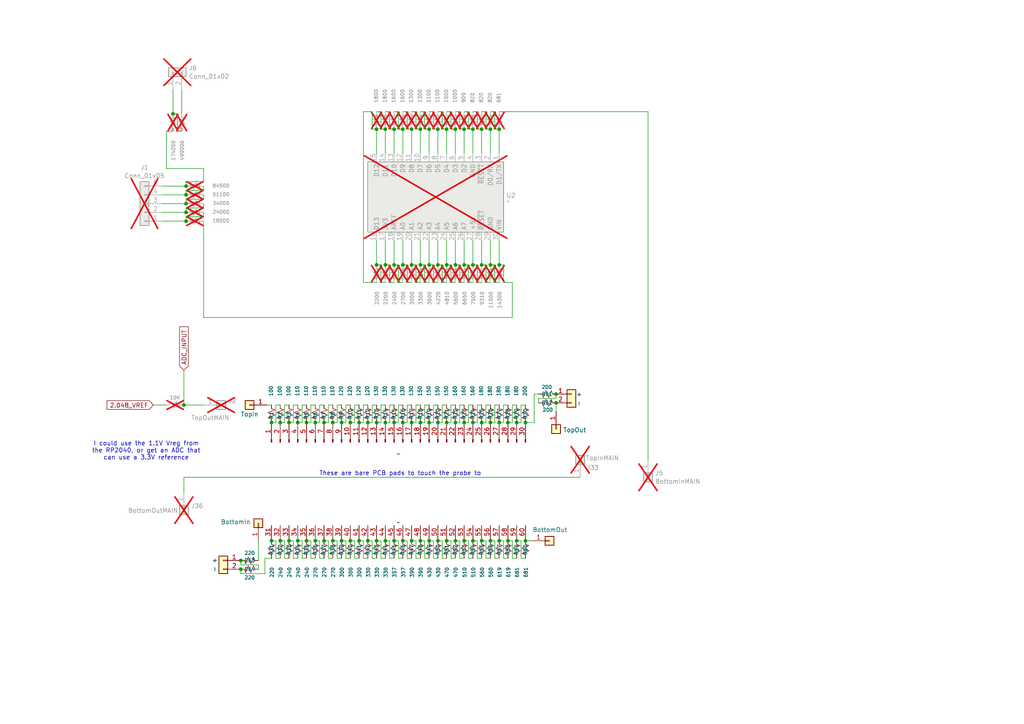
<source format=kicad_sch>
(kicad_sch (version 20231120) (generator "eeschema") (generator_version "8.0")
  (paper "A4")
  (junction (at 99.06 156.845))
  (junction (at 69.85 165.1))
  (junction (at 134.62 76.835))
  (junction (at 83.82 122.555))
  (junction (at 152.4 156.845))
  (junction (at 53.975 61.595))
  (junction (at 53.975 56.515))
  (junction (at 132.08 156.845))
  (junction (at 139.7 156.845))
  (junction (at 53.34 117.475))
  (junction (at 137.16 122.555))
  (junction (at 144.78 156.845))
  (junction (at 124.46 37.465))
  (junction (at 109.22 156.845))
  (junction (at 81.28 122.555))
  (junction (at 137.16 37.465))
  (junction (at 147.32 122.555))
  (junction (at 121.92 122.555))
  (junction (at 149.86 156.845))
  (junction (at 86.36 156.845))
  (junction (at 53.975 53.975))
  (junction (at 144.78 76.835))
  (junction (at 129.54 122.555))
  (junction (at 116.84 156.845))
  (junction (at 99.06 122.555))
  (junction (at 144.78 37.465))
  (junction (at 121.92 76.835))
  (junction (at 106.68 156.845))
  (junction (at 124.46 76.835))
  (junction (at 91.44 122.555))
  (junction (at 114.3 76.835))
  (junction (at 119.38 37.465))
  (junction (at 93.98 122.555))
  (junction (at 114.3 37.465))
  (junction (at 144.78 122.555))
  (junction (at 124.46 122.555))
  (junction (at 53.975 59.055))
  (junction (at 129.54 37.465))
  (junction (at 101.6 122.555))
  (junction (at 142.24 156.845))
  (junction (at 101.6 156.845))
  (junction (at 139.7 122.555))
  (junction (at 106.68 122.555))
  (junction (at 132.08 122.555))
  (junction (at 109.22 122.555))
  (junction (at 142.24 76.835))
  (junction (at 137.16 76.835))
  (junction (at 127 122.555))
  (junction (at 127 156.845))
  (junction (at 132.08 76.835))
  (junction (at 132.08 37.465))
  (junction (at 111.76 76.835))
  (junction (at 86.36 122.555))
  (junction (at 134.62 37.465))
  (junction (at 69.85 162.56))
  (junction (at 134.62 122.555))
  (junction (at 147.32 156.845))
  (junction (at 53.975 64.135))
  (junction (at 116.84 37.465))
  (junction (at 96.52 122.555))
  (junction (at 129.54 156.845))
  (junction (at 142.24 37.465))
  (junction (at 114.3 122.555))
  (junction (at 88.9 122.555))
  (junction (at 134.62 156.845))
  (junction (at 91.44 156.845))
  (junction (at 78.74 156.845))
  (junction (at 161.29 116.84))
  (junction (at 129.54 76.835))
  (junction (at 111.76 37.465))
  (junction (at 93.98 156.845))
  (junction (at 137.16 156.845))
  (junction (at 96.52 156.845))
  (junction (at 111.76 122.555))
  (junction (at 114.3 156.845))
  (junction (at 109.22 37.465))
  (junction (at 116.84 76.835))
  (junction (at 139.7 37.465))
  (junction (at 50.165 33.02))
  (junction (at 119.38 122.555))
  (junction (at 119.38 156.845))
  (junction (at 104.14 122.555))
  (junction (at 78.74 122.555))
  (junction (at 161.29 114.3))
  (junction (at 121.92 156.845))
  (junction (at 116.84 122.555))
  (junction (at 139.7 76.835))
  (junction (at 111.76 156.845))
  (junction (at 119.38 76.835))
  (junction (at 121.92 37.465))
  (junction (at 142.24 122.555))
  (junction (at 152.4 122.555))
  (junction (at 149.86 122.555))
  (junction (at 127 37.465))
  (junction (at 88.9 156.845))
  (junction (at 127 76.835))
  (junction (at 109.22 76.835))
  (junction (at 104.14 156.845))
  (junction (at 83.82 156.845))
  (junction (at 124.46 156.845))
  (junction (at 81.28 156.845))
  (wire (pts (xy 118.11 32.385) (xy 116.84 32.385)))
  (wire (pts (xy 152.4 156.845) (xy 154.305 156.845)))
  (wire (pts (xy 124.46 122.555) (xy 125.73 122.555)))
  (wire (pts (xy 139.7 156.845) (xy 140.97 156.845)))
  (wire (pts (xy 111.76 37.465) (xy 110.49 37.465)))
  (wire (pts (xy 151.13 156.845) (xy 151.13 161.925)))
  (wire (pts (xy 115.57 117.475) (xy 116.84 117.475)))
  (wire (pts (xy 106.68 156.845) (xy 107.95 156.845)))
  (wire (pts (xy 138.43 81.915) (xy 139.7 81.915)))
  (wire (pts (xy 118.11 156.845) (xy 118.11 161.925)))
  (wire (pts (xy 44.45 117.475) (xy 48.26 117.475)))
  (wire (pts (xy 50.165 33.02) (xy 50.165 26.035)))
  (wire (pts (xy 104.14 122.555) (xy 104.14 123.19)))
  (wire (pts (xy 123.19 161.925) (xy 124.46 161.925)))
  (wire (pts (xy 144.78 37.465) (xy 144.78 44.45)))
  (wire (pts (xy 111.76 122.555) (xy 111.76 123.19)))
  (wire (pts (xy 124.46 122.555) (xy 124.46 123.19)))
  (wire (pts (xy 118.11 161.925) (xy 119.38 161.925)))
  (wire (pts (xy 53.975 56.515) (xy 53.975 55.245)))
  (wire (pts (xy 120.65 156.845) (xy 120.65 161.925)))
  (wire (pts (xy 124.46 156.845) (xy 125.73 156.845)))
  (wire (pts (xy 128.27 161.925) (xy 129.54 161.925)))
  (wire (pts (xy 102.87 161.925) (xy 104.14 161.925)))
  (wire (pts (xy 101.6 156.845) (xy 101.6 156.21)))
  (wire (pts (xy 116.84 122.555) (xy 116.84 123.19)))
  (wire (pts (xy 120.65 76.835) (xy 120.65 81.915)))
  (wire (pts (xy 99.06 156.845) (xy 100.33 156.845)))
  (wire (pts (xy 130.81 81.915) (xy 132.08 81.915)))
  (wire (pts (xy 105.41 81.915) (xy 109.22 81.915)))
  (wire (pts (xy 127 37.465) (xy 125.73 37.465)))
  (wire (pts (xy 101.6 122.555) (xy 102.87 122.555)))
  (wire (pts (xy 132.08 156.845) (xy 132.08 156.21)))
  (wire (pts (xy 139.7 122.555) (xy 140.97 122.555)))
  (wire (pts (xy 120.65 81.915) (xy 121.92 81.915)))
  (wire (pts (xy 53.975 60.325) (xy 59.055 60.325)))
  (wire (pts (xy 133.35 37.465) (xy 133.35 32.385)))
  (wire (pts (xy 144.78 122.555) (xy 146.05 122.555)))
  (wire (pts (xy 133.35 117.475) (xy 134.62 117.475)))
  (wire (pts (xy 52.705 33.02) (xy 52.705 26.035)))
  (wire (pts (xy 129.54 37.465) (xy 129.54 44.45)))
  (wire (pts (xy 109.22 37.465) (xy 109.22 44.45)))
  (wire (pts (xy 102.87 117.475) (xy 104.14 117.475)))
  (wire (pts (xy 152.4 122.555) (xy 154.94 122.555)))
  (wire (pts (xy 161.29 114.3) (xy 160.655 114.3)))
  (wire (pts (xy 86.36 122.555) (xy 86.36 123.19)))
  (wire (pts (xy 137.16 76.835) (xy 137.16 69.85)))
  (wire (pts (xy 91.44 122.555) (xy 92.71 122.555)))
  (wire (pts (xy 90.17 122.555) (xy 90.17 117.475)))
  (wire (pts (xy 139.7 76.835) (xy 139.7 69.85)))
  (wire (pts (xy 137.16 122.555) (xy 137.16 123.19)))
  (wire (pts (xy 138.43 76.835) (xy 138.43 81.915)))
  (wire (pts (xy 111.76 156.845) (xy 111.76 156.21)))
  (wire (pts (xy 83.82 122.555) (xy 85.09 122.555)))
  (wire (pts (xy 132.08 122.555) (xy 133.35 122.555)))
  (wire (pts (xy 109.22 156.845) (xy 110.49 156.845)))
  (wire (pts (xy 90.17 156.845) (xy 90.17 161.925)))
  (wire (pts (xy 121.92 37.465) (xy 121.92 44.45)))
  (wire (pts (xy 120.65 161.925) (xy 121.92 161.925)))
  (wire (pts (xy 128.27 122.555) (xy 128.27 117.475)))
  (wire (pts (xy 109.22 122.555) (xy 109.22 123.19)))
  (wire (pts (xy 127 37.465) (xy 127 44.45)))
  (wire (pts (xy 99.06 156.845) (xy 99.06 156.21)))
  (wire (pts (xy 137.16 156.845) (xy 137.16 156.21)))
  (wire (pts (xy 114.3 76.835) (xy 115.57 76.835)))
  (wire (pts (xy 50.165 38.1) (xy 48.26 38.1)))
  (wire (pts (xy 107.95 156.845) (xy 107.95 161.925)))
  (wire (pts (xy 123.19 122.555) (xy 123.19 117.475)))
  (wire (pts (xy 53.975 56.515) (xy 46.99 56.515)))
  (wire (pts (xy 80.01 122.555) (xy 80.01 117.475)))
  (wire (pts (xy 125.73 32.385) (xy 124.46 32.385)))
  (wire (pts (xy 116.84 156.845) (xy 118.11 156.845)))
  (wire (pts (xy 53.975 53.975) (xy 53.975 52.705)))
  (wire (pts (xy 123.19 76.835) (xy 123.19 81.915)))
  (wire (pts (xy 105.41 32.385) (xy 107.95 32.385)))
  (wire (pts (xy 116.84 76.835) (xy 116.84 69.85)))
  (wire (pts (xy 125.73 81.915) (xy 127 81.915)))
  (wire (pts (xy 114.3 156.845) (xy 115.57 156.845)))
  (wire (pts (xy 113.03 156.845) (xy 113.03 161.925)))
  (wire (pts (xy 116.84 156.845) (xy 116.84 156.21)))
  (wire (pts (xy 114.3 37.465) (xy 113.03 37.465)))
  (wire (pts (xy 125.73 37.465) (xy 125.73 32.385)))
  (wire (pts (xy 95.25 122.555) (xy 95.25 117.475)))
  (wire (pts (xy 109.22 76.835) (xy 110.49 76.835)))
  (wire (pts (xy 92.71 156.845) (xy 92.71 161.925)))
  (wire (pts (xy 149.86 122.555) (xy 149.86 123.19)))
  (wire (pts (xy 101.6 156.845) (xy 102.87 156.845)))
  (wire (pts (xy 85.09 117.475) (xy 86.36 117.475)))
  (wire (pts (xy 78.74 156.845) (xy 80.01 156.845)))
  (wire (pts (xy 127 122.555) (xy 128.27 122.555)))
  (wire (pts (xy 106.68 156.845) (xy 106.68 156.21)))
  (wire (pts (xy 148.59 156.845) (xy 148.59 161.925)))
  (wire (pts (xy 59.055 62.865) (xy 59.055 61.595)))
  (wire (pts (xy 69.85 162.56) (xy 69.85 163.83)))
  (wire (pts (xy 119.38 76.835) (xy 120.65 76.835)))
  (wire (pts (xy 80.01 161.925) (xy 81.28 161.925)))
  (wire (pts (xy 93.98 156.845) (xy 95.25 156.845)))
  (wire (pts (xy 53.975 59.055) (xy 53.975 57.785)))
  (wire (pts (xy 139.7 156.845) (xy 139.7 156.21)))
  (wire (pts (xy 124.46 76.835) (xy 125.73 76.835)))
  (wire (pts (xy 151.13 122.555) (xy 151.13 117.475)))
  (wire (pts (xy 148.59 81.915) (xy 148.59 92.075)))
  (wire (pts (xy 119.38 122.555) (xy 119.38 123.19)))
  (wire (pts (xy 100.33 122.555) (xy 100.33 117.475)))
  (wire (pts (xy 102.87 122.555) (xy 102.87 117.475)))
  (wire (pts (xy 114.3 122.555) (xy 114.3 123.19)))
  (wire (pts (xy 113.03 117.475) (xy 114.3 117.475)))
  (wire (pts (xy 92.71 122.555) (xy 92.71 117.475)))
  (wire (pts (xy 129.54 76.835) (xy 129.54 69.85)))
  (wire (pts (xy 113.03 37.465) (xy 113.03 32.385)))
  (wire (pts (xy 96.52 122.555) (xy 96.52 123.19)))
  (wire (pts (xy 138.43 156.845) (xy 138.43 161.925)))
  (wire (pts (xy 100.33 156.845) (xy 100.33 161.925)))
  (wire (pts (xy 121.92 37.465) (xy 120.65 37.465)))
  (wire (pts (xy 161.29 119.38) (xy 161.29 116.84)))
  (wire (pts (xy 142.24 122.555) (xy 143.51 122.555)))
  (wire (pts (xy 53.34 138.43) (xy 168.275 138.43)))
  (wire (pts (xy 125.73 117.475) (xy 127 117.475)))
  (wire (pts (xy 142.24 37.465) (xy 140.97 37.465)))
  (wire (pts (xy 96.52 156.845) (xy 96.52 156.21)))
  (wire (pts (xy 144.78 37.465) (xy 143.51 37.465)))
  (wire (pts (xy 100.33 161.925) (xy 101.6 161.925)))
  (wire (pts (xy 135.89 161.925) (xy 137.16 161.925)))
  (wire (pts (xy 100.33 117.475) (xy 101.6 117.475)))
  (wire (pts (xy 132.08 76.835) (xy 133.35 76.835)))
  (wire (pts (xy 90.17 117.475) (xy 91.44 117.475)))
  (wire (pts (xy 144.78 76.835) (xy 144.78 69.85)))
  (wire (pts (xy 124.46 76.835) (xy 124.46 69.85)))
  (wire (pts (xy 143.51 156.845) (xy 143.51 161.925)))
  (wire (pts (xy 128.27 32.385) (xy 127 32.385)))
  (wire (pts (xy 149.86 156.845) (xy 149.86 156.21)))
  (wire (pts (xy 111.76 37.465) (xy 111.76 44.45)))
  (wire (pts (xy 123.19 156.845) (xy 123.19 161.925)))
  (wire (pts (xy 143.51 76.835) (xy 143.51 81.915)))
  (wire (pts (xy 144.78 156.845) (xy 144.78 156.21)))
  (wire (pts (xy 134.62 76.835) (xy 135.89 76.835)))
  (wire (pts (xy 133.35 76.835) (xy 133.35 81.915)))
  (wire (pts (xy 104.14 156.845) (xy 104.14 156.21)))
  (wire (pts (xy 99.06 122.555) (xy 100.33 122.555)))
  (wire (pts (xy 139.7 76.835) (xy 140.97 76.835)))
  (wire (pts (xy 53.975 59.055) (xy 46.99 59.055)))
  (wire (pts (xy 116.84 37.465) (xy 116.84 44.45)))
  (wire (pts (xy 147.32 156.845) (xy 147.32 156.21)))
  (wire (pts (xy 114.3 37.465) (xy 114.3 44.45)))
  (wire (pts (xy 121.92 122.555) (xy 121.92 123.19)))
  (wire (pts (xy 83.82 156.845) (xy 83.82 156.21)))
  (wire (pts (xy 154.94 114.3) (xy 156.21 114.3)))
  (wire (pts (xy 91.44 156.845) (xy 91.44 156.21)))
  (wire (pts (xy 87.63 117.475) (xy 88.9 117.475)))
  (wire (pts (xy 76.835 161.925) (xy 78.74 161.925)))
  (wire (pts (xy 120.65 117.475) (xy 121.92 117.475)))
  (wire (pts (xy 152.4 122.555) (xy 152.4 123.19)))
  (wire (pts (xy 92.71 161.925) (xy 93.98 161.925)))
  (wire (pts (xy 111.76 76.835) (xy 111.76 69.85)))
  (wire (pts (xy 121.92 76.835) (xy 121.92 69.85)))
  (wire (pts (xy 77.47 117.475) (xy 78.74 117.475)))
  (wire (pts (xy 86.36 156.845) (xy 87.63 156.845)))
  (wire (pts (xy 143.51 81.915) (xy 144.78 81.915)))
  (wire (pts (xy 80.01 117.475) (xy 81.28 117.475)))
  (wire (pts (xy 119.38 156.845) (xy 119.38 156.21)))
  (wire (pts (xy 146.05 81.915) (xy 148.59 81.915)))
  (wire (pts (xy 152.4 156.845) (xy 152.4 156.21)))
  (wire (pts (xy 110.49 161.925) (xy 111.76 161.925)))
  (wire (pts (xy 140.97 117.475) (xy 142.24 117.475)))
  (wire (pts (xy 134.62 122.555) (xy 135.89 122.555)))
  (wire (pts (xy 113.03 76.835) (xy 113.03 81.915)))
  (wire (pts (xy 93.98 122.555) (xy 95.25 122.555)))
  (wire (pts (xy 124.46 37.465) (xy 123.19 37.465)))
  (wire (pts (xy 138.43 117.475) (xy 139.7 117.475)))
  (wire (pts (xy 113.03 122.555) (xy 113.03 117.475)))
  (wire (pts (xy 69.85 165.1) (xy 69.85 166.37)))
  (wire (pts (xy 138.43 37.465) (xy 138.43 32.385)))
  (wire (pts (xy 143.51 32.385) (xy 142.24 32.385)))
  (wire (pts (xy 110.49 81.915) (xy 111.76 81.915)))
  (wire (pts (xy 130.81 76.835) (xy 130.81 81.915)))
  (wire (pts (xy 146.05 76.835) (xy 146.05 81.915)))
  (wire (pts (xy 147.32 122.555) (xy 148.59 122.555)))
  (wire (pts (xy 115.57 32.385) (xy 114.3 32.385)))
  (wire (pts (xy 90.17 161.925) (xy 91.44 161.925)))
  (wire (pts (xy 110.49 37.465) (xy 110.49 32.385)))
  (wire (pts (xy 135.89 32.385) (xy 134.62 32.385)))
  (wire (pts (xy 156.21 115.57) (xy 156.21 116.84)))
  (wire (pts (xy 124.46 37.465) (xy 124.46 44.45)))
  (wire (pts (xy 96.52 122.555) (xy 97.79 122.555)))
  (wire (pts (xy 140.97 76.835) (xy 140.97 81.915)))
  (wire (pts (xy 149.86 156.845) (xy 151.13 156.845)))
  (wire (pts (xy 119.38 76.835) (xy 119.38 69.85)))
  (wire (pts (xy 111.76 76.835) (xy 113.03 76.835)))
  (wire (pts (xy 110.49 156.845) (xy 110.49 161.925)))
  (wire (pts (xy 123.19 81.915) (xy 124.46 81.915)))
  (wire (pts (xy 81.28 156.845) (xy 81.28 156.21)))
  (wire (pts (xy 51.435 33.02) (xy 51.435 38.1)))
  (wire (pts (xy 53.975 57.785) (xy 59.055 57.785)))
  (wire (pts (xy 134.62 76.835) (xy 134.62 69.85)))
  (wire (pts (xy 105.41 117.475) (xy 106.68 117.475)))
  (wire (pts (xy 111.76 156.845) (xy 113.03 156.845)))
  (wire (pts (xy 133.35 161.925) (xy 134.62 161.925)))
  (wire (pts (xy 144.78 32.385) (xy 187.96 32.385)))
  (wire (pts (xy 105.41 161.925) (xy 106.68 161.925)))
  (wire (pts (xy 111.76 122.555) (xy 113.03 122.555)))
  (wire (pts (xy 127 156.845) (xy 128.27 156.845)))
  (wire (pts (xy 128.27 37.465) (xy 128.27 32.385)))
  (wire (pts (xy 130.81 122.555) (xy 130.81 117.475)))
  (wire (pts (xy 53.34 107.315) (xy 53.34 117.475)))
  (wire (pts (xy 53.975 55.245) (xy 59.055 55.245)))
  (wire (pts (xy 107.95 122.555) (xy 107.95 117.475)))
  (wire (pts (xy 53.975 53.975) (xy 46.99 53.975)))
  (wire (pts (xy 137.16 37.465) (xy 135.89 37.465)))
  (wire (pts (xy 51.435 38.1) (xy 52.705 38.1)))
  (wire (pts (xy 76.835 166.37) (xy 69.85 166.37)))
  (wire (pts (xy 151.13 117.475) (xy 152.4 117.475)))
  (wire (pts (xy 134.62 156.845) (xy 135.89 156.845)))
  (wire (pts (xy 121.92 122.555) (xy 123.19 122.555)))
  (wire (pts (xy 53.975 52.705) (xy 59.055 52.705)))
  (wire (pts (xy 133.35 32.385) (xy 132.08 32.385)))
  (wire (pts (xy 85.09 156.845) (xy 85.09 161.925)))
  (wire (pts (xy 137.16 37.465) (xy 137.16 44.45)))
  (wire (pts (xy 53.975 62.865) (xy 59.055 62.865)))
  (wire (pts (xy 134.62 37.465) (xy 133.35 37.465)))
  (wire (pts (xy 96.52 156.845) (xy 97.79 156.845)))
  (wire (pts (xy 114.3 122.555) (xy 115.57 122.555)))
  (wire (pts (xy 132.08 122.555) (xy 132.08 123.19)))
  (wire (pts (xy 97.79 117.475) (xy 99.06 117.475)))
  (wire (pts (xy 140.97 161.925) (xy 142.24 161.925)))
  (wire (pts (xy 82.55 122.555) (xy 82.55 117.475)))
  (wire (pts (xy 97.79 156.845) (xy 97.79 161.925)))
  (wire (pts (xy 138.43 32.385) (xy 137.16 32.385)))
  (wire (pts (xy 59.055 60.325) (xy 59.055 59.055)))
  (wire (pts (xy 135.89 122.555) (xy 135.89 117.475)))
  (wire (pts (xy 59.055 48.895) (xy 59.055 52.705)))
  (wire (pts (xy 85.09 161.925) (xy 86.36 161.925)))
  (wire (pts (xy 104.14 122.555) (xy 105.41 122.555)))
  (wire (pts (xy 143.51 122.555) (xy 143.51 117.475)))
  (wire (pts (xy 115.57 122.555) (xy 115.57 117.475)))
  (wire (pts (xy 130.81 161.925) (xy 132.08 161.925)))
  (wire (pts (xy 132.08 156.845) (xy 133.35 156.845)))
  (wire (pts (xy 74.93 163.83) (xy 74.93 165.1)))
  (wire (pts (xy 144.78 156.845) (xy 146.05 156.845)))
  (wire (pts (xy 95.25 161.925) (xy 96.52 161.925)))
  (wire (pts (xy 132.08 37.465) (xy 130.81 37.465)))
  (wire (pts (xy 120.65 32.385) (xy 119.38 32.385)))
  (wire (pts (xy 76.835 161.925) (xy 76.835 166.37)))
  (wire (pts (xy 148.59 92.075) (xy 59.055 92.075)))
  (wire (pts (xy 125.73 76.835) (xy 125.73 81.915)))
  (wire (pts (xy 107.95 161.925) (xy 109.22 161.925)))
  (wire (pts (xy 88.9 156.845) (xy 88.9 156.21)))
  (wire (pts (xy 135.89 117.475) (xy 137.16 117.475)))
  (wire (pts (xy 115.57 81.915) (xy 116.84 81.915)))
  (wire (pts (xy 129.54 122.555) (xy 130.81 122.555)))
  (wire (pts (xy 130.81 117.475) (xy 132.08 117.475)))
  (wire (pts (xy 144.78 76.835) (xy 146.05 76.835)))
  (wire (pts (xy 143.51 37.465) (xy 143.51 32.385)))
  (wire (pts (xy 83.82 122.555) (xy 83.82 123.19)))
  (wire (pts (xy 127 76.835) (xy 127 69.85)))
  (wire (pts (xy 59.055 55.245) (xy 59.055 53.975)))
  (wire (pts (xy 91.44 122.555) (xy 91.44 123.19)))
  (wire (pts (xy 115.57 37.465) (xy 115.57 32.385)))
  (wire (pts (xy 148.59 161.925) (xy 149.86 161.925)))
  (wire (pts (xy 59.055 57.785) (xy 59.055 56.515)))
  (wire (pts (xy 95.25 156.845) (xy 95.25 161.925)))
  (wire (pts (xy 127 122.555) (xy 127 123.19)))
  (wire (pts (xy 119.38 37.465) (xy 119.38 44.45)))
  (wire (pts (xy 149.86 122.555) (xy 151.13 122.555)))
  (wire (pts (xy 132.08 37.465) (xy 132.08 44.45)))
  (wire (pts (xy 129.54 76.835) (xy 130.81 76.835)))
  (wire (pts (xy 53.975 64.135) (xy 46.99 64.135)))
  (wire (pts (xy 138.43 122.555) (xy 138.43 117.475)))
  (wire (pts (xy 115.57 156.845) (xy 115.57 161.925)))
  (wire (pts (xy 113.03 32.385) (xy 111.76 32.385)))
  (wire (pts (xy 146.05 161.925) (xy 147.32 161.925)))
  (wire (pts (xy 151.13 161.925) (xy 152.4 161.925)))
  (wire (pts (xy 87.63 161.925) (xy 88.9 161.925)))
  (wire (pts (xy 137.16 76.835) (xy 138.43 76.835)))
  (wire (pts (xy 140.97 156.845) (xy 140.97 161.925)))
  (wire (pts (xy 140.97 32.385) (xy 139.7 32.385)))
  (wire (pts (xy 69.85 163.83) (xy 74.93 163.83)))
  (wire (pts (xy 130.81 37.465) (xy 130.81 32.385)))
  (wire (pts (xy 118.11 81.915) (xy 119.38 81.915)))
  (wire (pts (xy 110.49 32.385) (xy 109.22 32.385)))
  (wire (pts (xy 130.81 156.845) (xy 130.81 161.925)))
  (wire (pts (xy 78.74 156.21) (xy 78.74 156.845)))
  (wire (pts (xy 97.79 122.555) (xy 97.79 117.475)))
  (wire (pts (xy 81.28 122.555) (xy 81.28 123.19)))
  (wire (pts (xy 133.35 122.555) (xy 133.35 117.475)))
  (wire (pts (xy 107.95 37.465) (xy 107.95 32.385)))
  (wire (pts (xy 133.35 156.845) (xy 133.35 161.925)))
  (wire (pts (xy 82.55 161.925) (xy 83.82 161.925)))
  (wire (pts (xy 110.49 122.555) (xy 110.49 117.475)))
  (wire (pts (xy 121.92 156.845) (xy 121.92 156.21)))
  (wire (pts (xy 121.92 156.845) (xy 123.19 156.845)))
  (wire (pts (xy 139.7 122.555) (xy 139.7 123.19)))
  (wire (pts (xy 129.54 37.465) (xy 128.27 37.465)))
  (wire (pts (xy 128.27 76.835) (xy 128.27 81.915)))
  (wire (pts (xy 115.57 161.925) (xy 116.84 161.925)))
  (wire (pts (xy 135.89 156.845) (xy 135.89 161.925)))
  (wire (pts (xy 142.24 76.835) (xy 143.51 76.835)))
  (wire (pts (xy 91.44 156.845) (xy 92.71 156.845)))
  (wire (pts (xy 93.98 156.845) (xy 93.98 156.21)))
  (wire (pts (xy 53.34 117.475) (xy 59.055 117.475)))
  (wire (pts (xy 142.24 76.835) (xy 142.24 69.85)))
  (wire (pts (xy 88.9 122.555) (xy 90.17 122.555)))
  (wire (pts (xy 123.19 32.385) (xy 121.92 32.385)))
  (wire (pts (xy 128.27 117.475) (xy 129.54 117.475)))
  (wire (pts (xy 146.05 117.475) (xy 147.32 117.475)))
  (wire (pts (xy 59.055 64.135) (xy 59.055 92.075)))
  (wire (pts (xy 101.6 122.555) (xy 101.6 123.19)))
  (wire (pts (xy 140.97 37.465) (xy 140.97 32.385)))
  (wire (pts (xy 161.29 116.84) (xy 160.655 116.84)))
  (wire (pts (xy 118.11 76.835) (xy 118.11 81.915)))
  (wire (pts (xy 80.01 156.845) (xy 80.01 161.925)))
  (wire (pts (xy 143.51 161.925) (xy 144.78 161.925)))
  (wire (pts (xy 140.97 122.555) (xy 140.97 117.475)))
  (wire (pts (xy 81.28 156.845) (xy 82.55 156.845)))
  (wire (pts (xy 86.36 156.845) (xy 86.36 156.21)))
  (wire (pts (xy 110.49 76.835) (xy 110.49 81.915)))
  (wire (pts (xy 116.84 76.835) (xy 118.11 76.835)))
  (wire (pts (xy 95.25 117.475) (xy 96.52 117.475)))
  (wire (pts (xy 134.62 37.465) (xy 134.62 44.45)))
  (wire (pts (xy 121.92 76.835) (xy 123.19 76.835)))
  (wire (pts (xy 147.32 122.555) (xy 147.32 123.19)))
  (wire (pts (xy 146.05 122.555) (xy 146.05 117.475)))
  (wire (pts (xy 129.54 122.555) (xy 129.54 123.19)))
  (wire (pts (xy 148.59 122.555) (xy 148.59 117.475)))
  (wire (pts (xy 129.54 156.845) (xy 129.54 156.21)))
  (wire (pts (xy 120.65 122.555) (xy 120.65 117.475)))
  (wire (pts (xy 97.79 161.925) (xy 99.06 161.925)))
  (wire (pts (xy 128.27 156.845) (xy 128.27 161.925)))
  (wire (pts (xy 87.63 122.555) (xy 87.63 117.475)))
  (wire (pts (xy 93.98 122.555) (xy 93.98 123.19)))
  (wire (pts (xy 133.35 81.915) (xy 134.62 81.915)))
  (wire (pts (xy 147.32 156.845) (xy 148.59 156.845)))
  (wire (pts (xy 88.9 156.845) (xy 90.17 156.845)))
  (wire (pts (xy 144.78 122.555) (xy 144.78 123.19)))
  (wire (pts (xy 161.29 114.3) (xy 161.29 115.57)))
  (wire (pts (xy 139.7 37.465) (xy 138.43 37.465)))
  (wire (pts (xy 116.84 37.465) (xy 115.57 37.465)))
  (wire (pts (xy 109.22 76.835) (xy 109.22 69.85)))
  (wire (pts (xy 86.36 122.555) (xy 87.63 122.555)))
  (wire (pts (xy 99.06 122.555) (xy 99.06 123.19)))
  (wire (pts (xy 154.94 114.3) (xy 154.94 122.555)))
  (wire (pts (xy 123.19 117.475) (xy 124.46 117.475)))
  (wire (pts (xy 187.96 32.385) (xy 187.96 133.35)))
  (wire (pts (xy 53.975 61.595) (xy 46.99 61.595)))
  (wire (pts (xy 109.22 37.465) (xy 107.95 37.465)))
  (wire (pts (xy 53.975 64.135) (xy 53.975 62.865)))
  (wire (pts (xy 53.34 138.43) (xy 53.34 142.875)))
  (wire (pts (xy 114.3 76.835) (xy 114.3 69.85)))
  (wire (pts (xy 125.73 161.925) (xy 127 161.925)))
  (wire (pts (xy 88.9 122.555) (xy 88.9 123.19)))
  (wire (pts (xy 140.97 81.915) (xy 142.24 81.915)))
  (wire (pts (xy 50.165 33.02) (xy 51.435 33.02)))
  (wire (pts (xy 132.08 76.835) (xy 132.08 69.85)))
  (wire (pts (xy 105.41 156.845) (xy 105.41 161.925)))
  (wire (pts (xy 129.54 156.845) (xy 130.81 156.845)))
  (wire (pts (xy 83.82 156.845) (xy 85.09 156.845)))
  (wire (pts (xy 142.24 156.845) (xy 142.24 156.21)))
  (wire (pts (xy 139.7 37.465) (xy 139.7 44.45)))
  (wire (pts (xy 113.03 81.915) (xy 114.3 81.915)))
  (wire (pts (xy 109.22 122.555) (xy 110.49 122.555)))
  (wire (pts (xy 142.24 37.465) (xy 142.24 44.45)))
  (wire (pts (xy 128.27 81.915) (xy 129.54 81.915)))
  (wire (pts (xy 78.74 122.555) (xy 80.01 122.555)))
  (wire (pts (xy 137.16 122.555) (xy 138.43 122.555)))
  (wire (pts (xy 123.19 37.465) (xy 123.19 32.385)))
  (wire (pts (xy 127 76.835) (xy 128.27 76.835)))
  (wire (pts (xy 102.87 156.845) (xy 102.87 161.925)))
  (wire (pts (xy 134.62 122.555) (xy 134.62 123.19)))
  (wire (pts (xy 148.59 117.475) (xy 149.86 117.475)))
  (wire (pts (xy 135.89 81.915) (xy 137.16 81.915)))
  (wire (pts (xy 130.81 32.385) (xy 129.54 32.385)))
  (wire (pts (xy 120.65 37.465) (xy 120.65 32.385)))
  (wire (pts (xy 109.22 156.845) (xy 109.22 156.21)))
  (wire (pts (xy 104.14 156.845) (xy 105.41 156.845)))
  (wire (pts (xy 135.89 37.465) (xy 135.89 32.385)))
  (wire (pts (xy 92.71 117.475) (xy 93.98 117.475)))
  (wire (pts (xy 53.975 61.595) (xy 53.975 60.325)))
  (wire (pts (xy 161.29 115.57) (xy 156.21 115.57)))
  (wire (pts (xy 118.11 122.555) (xy 118.11 117.475)))
  (wire (pts (xy 118.11 117.475) (xy 119.38 117.475)))
  (wire (pts (xy 138.43 161.925) (xy 139.7 161.925)))
  (wire (pts (xy 82.55 156.845) (xy 82.55 161.925)))
  (wire (pts (xy 81.28 122.555) (xy 82.55 122.555)))
  (wire (pts (xy 143.51 117.475) (xy 144.78 117.475)))
  (wire (pts (xy 78.74 122.555) (xy 78.74 123.19)))
  (wire (pts (xy 118.11 37.465) (xy 118.11 32.385)))
  (wire (pts (xy 142.24 122.555) (xy 142.24 123.19)))
  (wire (pts (xy 134.62 156.845) (xy 134.62 156.21)))
  (wire (pts (xy 114.3 156.845) (xy 114.3 156.21)))
  (wire (pts (xy 116.84 122.555) (xy 118.11 122.555)))
  (wire (pts (xy 119.38 122.555) (xy 120.65 122.555)))
  (wire (pts (xy 125.73 122.555) (xy 125.73 117.475)))
  (wire (pts (xy 106.68 122.555) (xy 106.68 123.19)))
  (wire (pts (xy 110.49 117.475) (xy 111.76 117.475)))
  (wire (pts (xy 105.41 122.555) (xy 105.41 117.475)))
  (wire (pts (xy 135.89 76.835) (xy 135.89 81.915)))
  (wire (pts (xy 125.73 156.845) (xy 125.73 161.925)))
  (wire (pts (xy 48.26 48.895) (xy 59.055 48.895)))
  (wire (pts (xy 85.09 122.555) (xy 85.09 117.475)))
  (wire (pts (xy 106.68 122.555) (xy 107.95 122.555)))
  (wire (pts (xy 119.38 37.465) (xy 118.11 37.465)))
  (wire (pts (xy 137.16 156.845) (xy 138.43 156.845)))
  (wire (pts (xy 119.38 156.845) (xy 120.65 156.845)))
  (wire (pts (xy 107.95 117.475) (xy 109.22 117.475)))
  (wire (pts (xy 105.41 32.385) (xy 105.41 81.915)))
  (wire (pts (xy 82.55 117.475) (xy 83.82 117.475)))
  (wire (pts (xy 124.46 156.845) (xy 124.46 156.21)))
  (wire (pts (xy 127 156.845) (xy 127 156.21)))
  (wire (pts (xy 142.24 156.845) (xy 143.51 156.845)))
  (wire (pts (xy 113.03 161.925) (xy 114.3 161.925)))
  (wire (pts (xy 74.93 156.845) (xy 74.93 162.56)))
  (wire (pts (xy 115.57 76.835) (xy 115.57 81.915)))
  (wire (pts (xy 87.63 156.845) (xy 87.63 161.925)))
  (wire (pts (xy 146.05 156.845) (xy 146.05 161.925)))
  (wire (pts (xy 48.26 38.1) (xy 48.26 48.895)))
  (text "These are bare PCB pads to touch the probe to" (at 116.078 137.414 0) (effects (font (size 1.27 1.27))))
  (text "I could use the 1.1V Vreg from\nthe RP2040, or get an ADC that\ncan use a 3.3V reference" (at 42.418 130.81 0) (effects (font (size 1.27 1.27))))
  (global_label "2.048_VREF" (shape input) (at 44.45 117.475 180) (property "Intersheetrefs" "${INTERSHEET_REFS}" (effects (hide yes))))
  (global_label "ADC_INPUT" (shape input) (at 53.34 107.315 90) (property "Intersheetrefs" "${INTERSHEET_REFS}" (effects (hide yes))))
  (symbol (lib_id "Device:R_Small_US") (at 81.28 120.015 0) (unit 1)
    (property "Reference" "R2" (at 81.28 121.539 90) (effects (font (size 1.016 1.016)) (justify left)))
    (property "Value" "100" (at 81.153 114.935 90) (effects (font (size 1.016 1.016)) (justify left)))
    (property "Footprint" "Resistor_SMD:R_0402_1005Metric" (effects (hide yes)))
    (property "Description" "C705627" (effects (hide yes)))
    (property "LCSC Part #" "C705627" (effects (hide yes)))
  )
  (symbol (lib_id "Device:R_Small_US") (at 137.16 159.385 180) (unit 1)
    (property "Reference" "R54" (at 137.16 157.861 90) (effects (font (size 1.016 1.016)) (justify left)))
    (property "Value" "510" (at 137.287 164.465 90) (effects (font (size 1.016 1.016)) (justify left)))
    (property "Footprint" "Resistor_SMD:R_0402_1005Metric" (effects (hide yes)))
    (property "Description" "C852826" (effects (hide yes)))
    (property "LCSC Part #" "C852826" (effects (hide yes)))
  )
  (symbol (lib_id "Device:R_Small_US") (at 121.92 79.375 180) (unit 1) (exclude_from_sim yes) (in_bom no) (on_board no) (dnp yes)
    (property "Reference" "R85" (at 121.92 77.851 90) (effects (font (size 1.016 1.016)) (justify left)))
    (property "Value" "3300" (at 122.047 84.455 90) (effects (font (size 1.016 1.016)) (justify left)))
    (property "Footprint" "Resistor_SMD:R_0402_1005Metric" (effects (hide yes)))
    (property "Description" "C850993" (effects (hide yes)))
    (property "LCSC Part #" "C850993" (effects (hide yes)))
  )
  (symbol (lib_id "Device:R_Small_US") (at 99.06 120.015 0) (unit 1)
    (property "Reference" "R9" (at 99.06 121.539 90) (effects (font (size 1.016 1.016)) (justify left)))
    (property "Value" "120" (at 98.933 114.935 90) (effects (font (size 1.016 1.016)) (justify left)))
    (property "Footprint" "Resistor_SMD:R_0402_1005Metric" (effects (hide yes)))
    (property "Description" "C852502" (effects (hide yes)))
    (property "LCSC Part #" "C852502" (effects (hide yes)))
  )
  (symbol (lib_id "Device:R_Small_US") (at 129.54 79.375 180) (unit 1) (exclude_from_sim yes) (in_bom no) (on_board no) (dnp yes)
    (property "Reference" "R88" (at 129.54 77.851 90) (effects (font (size 1.016 1.016)) (justify left)))
    (property "Value" "4810" (at 129.667 84.455 90) (effects (font (size 1.016 1.016)) (justify left)))
    (property "Footprint" "Resistor_SMD:R_0402_1005Metric" (effects (hide yes)))
    (property "Description" "C852820" (effects (hide yes)))
    (property "LCSC Part #" "C852820" (effects (hide yes)))
  )
  (symbol (lib_id "Device:R_Small_US") (at 104.14 159.385 180) (unit 1)
    (property "Reference" "R41" (at 104.14 157.861 90) (effects (font (size 1.016 1.016)) (justify left)))
    (property "Value" "300" (at 104.267 164.465 90) (effects (font (size 1.016 1.016)) (justify left)))
    (property "Footprint" "Resistor_SMD:R_0402_1005Metric" (effects (hide yes)))
    (property "Description" "C853205" (effects (hide yes)))
    (property "LCSC Part #" "C853205" (effects (hide yes)))
  )
  (symbol (lib_id "Device:R_Small_US") (at 134.62 79.375 180) (unit 1) (exclude_from_sim yes) (in_bom no) (on_board no) (dnp yes)
    (property "Reference" "R90" (at 134.62 77.851 90) (effects (font (size 1.016 1.016)) (justify left)))
    (property "Value" "6650" (at 134.747 84.455 90) (effects (font (size 1.016 1.016)) (justify left)))
    (property "Footprint" "Resistor_SMD:R_0402_1005Metric" (effects (hide yes)))
    (property "Description" "C728562" (effects (hide yes)))
    (property "LCSC Part #" "C728562" (effects (hide yes)))
  )
  (symbol (lib_id "Device:R_Small_US") (at 114.3 34.925 0) (unit 1) (exclude_from_sim yes) (in_bom no) (on_board no) (dnp yes)
    (property "Reference" "R77" (at 114.3 36.449 90) (effects (font (size 1.016 1.016)) (justify left)))
    (property "Value" "1600" (at 114.173 29.845 90) (effects (font (size 1.016 1.016)) (justify left)))
    (property "Footprint" "Resistor_SMD:R_0402_1005Metric" (effects (hide yes)))
    (property "Description" "C852616" (effects (hide yes)))
    (property "LCSC Part #" "C852616" (effects (hide yes)))
  )
  (symbol (lib_id "Device:R_Small_US") (at 142.24 79.375 180) (unit 1) (exclude_from_sim yes) (in_bom no) (on_board no) (dnp yes)
    (property "Reference" "R93" (at 142.24 77.851 90) (effects (font (size 1.016 1.016)) (justify left)))
    (property "Value" "11000" (at 142.367 84.455 90) (effects (font (size 1.016 1.016)) (justify left)))
    (property "Footprint" "Resistor_SMD:R_0402_1005Metric" (effects (hide yes)))
    (property "Description" "C705064" (effects (hide yes)))
    (property "LCSC Part #" "C705064" (effects (hide yes)))
  )
  (symbol (lib_id "Device:R_Small_US") (at 132.08 34.925 0) (unit 1) (exclude_from_sim yes) (in_bom no) (on_board no) (dnp yes)
    (property "Reference" "R70" (at 132.08 36.449 90) (effects (font (size 1.016 1.016)) (justify left)))
    (property "Value" "1000" (at 131.953 29.845 90) (effects (font (size 1.016 1.016)) (justify left)))
    (property "Footprint" "Resistor_SMD:R_0402_1005Metric" (effects (hide yes)))
    (property "Description" "C852624" (effects (hide yes)))
    (property "LCSC Part #" "C852624" (effects (hide yes)))
  )
  (symbol (lib_id "Device:R_Small_US") (at 93.98 120.015 0) (unit 1)
    (property "Reference" "R7" (at 93.98 121.539 90) (effects (font (size 1.016 1.016)) (justify left)))
    (property "Value" "110" (at 93.853 114.935 90) (effects (font (size 1.016 1.016)) (justify left)))
    (property "Footprint" "Resistor_SMD:R_0402_1005Metric" (effects (hide yes)))
    (property "Description" "C852485" (effects (hide yes)))
    (property "LCSC Part #" "C852485" (effects (hide yes)))
  )
  (symbol (lib_id "Device:R_Small_US") (at 139.7 159.385 180) (unit 1)
    (property "Reference" "R55" (at 139.7 157.861 90) (effects (font (size 1.016 1.016)) (justify left)))
    (property "Value" "560" (at 139.827 164.465 90) (effects (font (size 1.016 1.016)) (justify left)))
    (property "Footprint" "Resistor_SMD:R_0402_1005Metric" (effects (hide yes)))
    (property "Description" "C852843" (effects (hide yes)))
    (property "LCSC Part #" "C852843" (effects (hide yes)))
  )
  (symbol (lib_id "Device:R_Small_US") (at 88.9 120.015 0) (unit 1)
    (property "Reference" "R5" (at 88.9 121.539 90) (effects (font (size 1.016 1.016)) (justify left)))
    (property "Value" "110" (at 88.773 114.935 90) (effects (font (size 1.016 1.016)) (justify left)))
    (property "Footprint" "Resistor_SMD:R_0402_1005Metric" (effects (hide yes)))
    (property "Description" "C852485" (effects (hide yes)))
    (property "LCSC Part #" "C852485" (effects (hide yes)))
  )
  (symbol (lib_id "Device:R_Small_US") (at 127 159.385 180) (unit 1)
    (property "Reference" "R50" (at 127 157.861 90) (effects (font (size 1.016 1.016)) (justify left)))
    (property "Value" "430" (at 127.127 164.465 90) (effects (font (size 1.016 1.016)) (justify left)))
    (property "Footprint" "Resistor_SMD:R_0402_1005Metric" (effects (hide yes)))
    (property "Description" "C852784" (effects (hide yes)))
    (property "LCSC Part #" "C852784" (effects (hide yes)))
  )
  (symbol (lib_id "Device:R_Small_US") (at 104.14 120.015 0) (unit 1)
    (property "Reference" "R11" (at 104.14 121.539 90) (effects (font (size 1.016 1.016)) (justify left)))
    (property "Value" "120" (at 104.013 114.935 90) (effects (font (size 1.016 1.016)) (justify left)))
    (property "Footprint" "Resistor_SMD:R_0402_1005Metric" (effects (hide yes)))
    (property "Description" "C852502" (effects (hide yes)))
    (property "LCSC Part #" "C852502" (effects (hide yes)))
  )
  (symbol (lib_id "Device:R_Small_US") (at 86.36 159.385 180) (unit 1)
    (property "Reference" "R34" (at 86.36 157.861 90) (effects (font (size 1.016 1.016)) (justify left)))
    (property "Value" "240" (at 86.487 164.465 90) (effects (font (size 1.016 1.016)) (justify left)))
    (property "Footprint" "Resistor_SMD:R_0402_1005Metric" (effects (hide yes)))
    (property "Description" "C728568" (effects (hide yes)))
    (property "LCSC Part #" "C728568" (effects (hide yes)))
  )
  (symbol (lib_id "Device:R_Small_US") (at 139.7 79.375 180) (unit 1) (exclude_from_sim yes) (in_bom no) (on_board no) (dnp yes)
    (property "Reference" "R92" (at 139.7 77.851 90) (effects (font (size 1.016 1.016)) (justify left)))
    (property "Value" "9310" (at 139.827 84.455 90) (effects (font (size 1.016 1.016)) (justify left)))
    (property "Footprint" "Resistor_SMD:R_0402_1005Metric" (effects (hide yes)))
    (property "Description" "C852969" (effects (hide yes)))
    (property "LCSC Part #" "C852969" (effects (hide yes)))
  )
  (symbol (lib_id "Device:R_Small_US") (at 52.705 35.56 180) (unit 1) (exclude_from_sim yes) (in_bom no) (on_board no) (dnp yes)
    (property "Reference" "R101" (at 52.705 34.036 90) (effects (font (size 1.016 1.016)) (justify left)))
    (property "Value" "499000" (at 52.832 40.64 90) (effects (font (size 1.016 1.016)) (justify left)))
    (property "Footprint" "Resistor_SMD:R_0402_1005Metric" (effects (hide yes)))
    (property "Description" "C851813" (effects (hide yes)))
    (property "LCSC Part #" "C851813" (effects (hide yes)))
  )
  (symbol (lib_id "Device:R_Small_US") (at 56.515 53.975 270) (unit 1) (exclude_from_sim yes) (in_bom no) (on_board no) (dnp yes)
    (property "Reference" "R99" (at 54.991 53.975 90) (effects (font (size 1.016 1.016)) (justify left)))
    (property "Value" "84500" (at 61.595 53.848 90) (effects (font (size 1.016 1.016)) (justify left)))
    (property "Footprint" "Resistor_SMD:R_0402_1005Metric" (effects (hide yes)))
    (property "Description" "C852932" (effects (hide yes)))
    (property "LCSC Part #" "C852932" (effects (hide yes)))
  )
  (symbol (lib_id "Device:R_Small_US") (at 56.515 64.135 270) (unit 1) (exclude_from_sim yes) (in_bom no) (on_board no) (dnp yes)
    (property "Reference" "R95" (at 54.991 64.135 90) (effects (font (size 1.016 1.016)) (justify left)))
    (property "Value" "18000" (at 61.595 64.008 90) (effects (font (size 1.016 1.016)) (justify left)))
    (property "Footprint" "Resistor_SMD:R_0402_1005Metric" (effects (hide yes)))
    (property "Description" "C852579" (effects (hide yes)))
    (property "LCSC Part #" "C852579" (effects (hide yes)))
  )
  (symbol (lib_id "Connector_Generic:Conn_01x01") (at 74.93 151.765 90) (unit 1)
    (property "Reference" "J35" (effects (hide yes)))
    (property "Value" "BottomIn" (at 64.008 151.384 90) (effects (justify right)))
    (property "Footprint" "JumperlessFootprints:PinHeader_1x1_Smallest" (effects (hide yes)))
    (property "Description" "Generic connector, single row, 01x01, script generated (kicad-library-utils/schlib/autogen/connector/)" (effects (hide yes)))
  )
  (symbol (lib_id "Device:R_Small_US") (at 144.78 79.375 180) (unit 1) (exclude_from_sim yes) (in_bom no) (on_board no) (dnp yes)
    (property "Reference" "R94" (at 144.78 77.851 90) (effects (font (size 1.016 1.016)) (justify left)))
    (property "Value" "14300" (at 144.907 84.455 90) (effects (font (size 1.016 1.016)) (justify left)))
    (property "Footprint" "Resistor_SMD:R_0402_1005Metric" (effects (hide yes)))
    (property "Description" "C705065" (effects (hide yes)))
    (property "LCSC Part #" "C705065" (effects (hide yes)))
  )
  (symbol (lib_id "Device:R_Small_US") (at 134.62 120.015 0) (unit 1)
    (property "Reference" "R23" (at 134.62 121.539 90) (effects (font (size 1.016 1.016)) (justify left)))
    (property "Value" "160" (at 134.493 114.935 90) (effects (font (size 1.016 1.016)) (justify left)))
    (property "Footprint" "Resistor_SMD:R_0402_1005Metric" (effects (hide yes)))
    (property "Description" "C852550" (effects (hide yes)))
    (property "LCSC Part #" "C852550" (effects (hide yes)))
  )
  (symbol (lib_id "Device:R_Small_US") (at 127 120.015 0) (unit 1)
    (property "Reference" "R20" (at 127 121.539 90) (effects (font (size 1.016 1.016)) (justify left)))
    (property "Value" "150" (at 126.873 114.935 90) (effects (font (size 1.016 1.016)) (justify left)))
    (property "Footprint" "Resistor_SMD:R_0402_1005Metric" (effects (hide yes)))
    (property "Description" "C850815" (effects (hide yes)))
    (property "LCSC Part #" "C850815" (effects (hide yes)))
  )
  (symbol (lib_id "JumperlessSymbols:NanoHeaderInOrder") (at 127 57.15 0) (unit 1) (exclude_from_sim yes) (in_bom no) (on_board no) (dnp yes)
    (property "Reference" "U2" (at 146.812 56.6808 0) (effects (justify left)))
    (property "Value" "~" (at 146.812 58.3622 0) (effects (justify left)))
    (property "Footprint" "JumperlessFootprints:PINHEADER-1x1_vertical" (effects (hide yes)))
  )
  (symbol (lib_id "Device:R_Small_US") (at 111.76 159.385 180) (unit 1)
    (property "Reference" "R44" (at 111.76 157.861 90) (effects (font (size 1.016 1.016)) (justify left)))
    (property "Value" "330" (at 111.887 164.465 90) (effects (font (size 1.016 1.016)) (justify left)))
    (property "Footprint" "Resistor_SMD:R_0402_1005Metric" (effects (hide yes)))
    (property "Description" "C2838711" (effects (hide yes)))
    (property "LCSC Part #" "C2838711" (effects (hide yes)))
  )
  (symbol (lib_id "Device:R_Small_US") (at 78.74 159.385 180) (unit 1)
    (property "Reference" "R31" (at 78.74 157.861 90) (effects (font (size 1.016 1.016)) (justify left)))
    (property "Value" "220" (at 78.867 164.465 90) (effects (font (size 1.016 1.016)) (justify left)))
    (property "Footprint" "Resistor_SMD:R_0402_1005Metric" (effects (hide yes)))
    (property "Description" "C852642" (effects (hide yes)))
    (property "LCSC Part #" "C852642" (effects (hide yes)))
  )
  (symbol (lib_id "Device:R_Small_US") (at 91.44 120.015 0) (unit 1)
    (property "Reference" "R6" (at 91.44 121.539 90) (effects (font (size 1.016 1.016)) (justify left)))
    (property "Value" "110" (at 91.313 114.935 90) (effects (font (size 1.016 1.016)) (justify left)))
    (property "Footprint" "Resistor_SMD:R_0402_1005Metric" (effects (hide yes)))
    (property "Description" "C852485" (effects (hide yes)))
    (property "LCSC Part #" "C852485" (effects (hide yes)))
  )
  (symbol (lib_id "Connector_Generic:Conn_01x01") (at 159.385 156.845 0) (unit 1)
    (property "Reference" "J4" (effects (hide yes)))
    (property "Value" "BottomOut" (at 154.432 153.67 0) (effects (justify left)))
    (property "Footprint" "JumperlessFootprints:PinHeader_1x1_Smallest" (effects (hide yes)))
    (property "Description" "Generic connector, single row, 01x01, script generated (kicad-library-utils/schlib/autogen/connector/)" (effects (hide yes)))
  )
  (symbol (lib_id "Device:R_Small_US") (at 121.92 34.925 0) (unit 1) (exclude_from_sim yes) (in_bom no) (on_board no) (dnp yes)
    (property "Reference" "R74" (at 121.92 36.449 90) (effects (font (size 1.016 1.016)) (justify left)))
    (property "Value" "1300" (at 121.793 29.845 90) (effects (font (size 1.016 1.016)) (justify left)))
    (property "Footprint" "Resistor_SMD:R_0402_1005Metric" (effects (hide yes)))
    (property "Description" "C852609" (effects (hide yes)))
    (property "LCSC Part #" "C852609" (effects (hide yes)))
  )
  (symbol (lib_id "Connector_Generic:Conn_01x02") (at 50.165 20.955 90) (unit 1) (exclude_from_sim yes) (in_bom no) (on_board no) (dnp yes)
    (property "Reference" "J6" (at 54.737 19.7428 90) (effects (justify right)))
    (property "Value" "Conn_01x02" (at 54.737 22.1671 90) (effects (justify right)))
    (property "Footprint" "JumperlessFootprints:PinHeader_1x02_P2.54mm_Vertical" (effects (hide yes)))
    (property "Description" "Generic connector, single row, 01x02, script generated (kicad-library-utils/schlib/autogen/connector/)" (effects (hide yes)))
  )
  (symbol (lib_id "Device:R_Small_US") (at 56.515 59.055 270) (unit 1) (exclude_from_sim yes) (in_bom no) (on_board no) (dnp yes)
    (property "Reference" "R97" (at 54.991 59.055 90) (effects (font (size 1.016 1.016)) (justify left)))
    (property "Value" "34000" (at 61.595 58.928 90) (effects (font (size 1.016 1.016)) (justify left)))
    (property "Footprint" "Resistor_SMD:R_0402_1005Metric" (effects (hide yes)))
    (property "Description" "C852733" (effects (hide yes)))
    (property "LCSC Part #" "C852733" (effects (hide yes)))
  )
  (symbol (lib_id "Connector_Generic:Conn_01x02") (at 64.77 162.56 0) (mirror y) (unit 1)
    (property "Reference" "J32" (effects (hide yes)))
    (property "Value" "- +" (at 62.23 161.671 90) (effects (justify right)))
    (property "Footprint" "JumperlessFootprints:bbProbeContactsRails" (effects (hide yes)))
    (property "Description" "Generic connector, single row, 01x02, script generated (kicad-library-utils/schlib/autogen/connector/)" (effects (hide yes)))
  )
  (symbol (lib_id "Device:R_Small_US") (at 83.82 120.015 0) (unit 1)
    (property "Reference" "R3" (at 83.82 121.539 90) (effects (font (size 1.016 1.016)) (justify left)))
    (property "Value" "100" (at 83.693 114.935 90) (effects (font (size 1.016 1.016)) (justify left)))
    (property "Footprint" "Resistor_SMD:R_0402_1005Metric" (effects (hide yes)))
    (property "Description" "C705627" (effects (hide yes)))
    (property "LCSC Part #" "C705627" (effects (hide yes)))
  )
  (symbol (lib_id "JumperlessSymbols:bottomRowProbeContacts") (at 78.74 156.21 90) (unit 1)
    (property "Reference" "U3" (effects (hide yes)))
    (property "Value" "~" (at 115.57 151.5499 90))
    (property "Footprint" "JumperlessFootprints:bbProbeContactsBottomRow" (effects (hide yes)))
  )
  (symbol (lib_id "Device:R_Small_US") (at 56.515 56.515 270) (unit 1) (exclude_from_sim yes) (in_bom no) (on_board no) (dnp yes)
    (property "Reference" "R98" (at 54.991 56.515 90) (effects (font (size 1.016 1.016)) (justify left)))
    (property "Value" "51100" (at 61.595 56.388 90) (effects (font (size 1.016 1.016)) (justify left)))
    (property "Footprint" "Resistor_SMD:R_0402_1005Metric" (effects (hide yes)))
    (property "Description" "C852827" (effects (hide yes)))
    (property "LCSC Part #" "C852827" (effects (hide yes)))
  )
  (symbol (lib_id "Device:R_Small_US") (at 149.86 120.015 0) (unit 1)
    (property "Reference" "R29" (at 149.86 121.539 90) (effects (font (size 1.016 1.016)) (justify left)))
    (property "Value" "180" (at 149.733 114.935 90) (effects (font (size 1.016 1.016)) (justify left)))
    (property "Footprint" "Resistor_SMD:R_0402_1005Metric" (effects (hide yes)))
    (property "Description" "C852574" (effects (hide yes)))
    (property "LCSC Part #" "C852574" (effects (hide yes)))
  )
  (symbol (lib_id "Device:R_Small_US") (at 116.84 120.015 0) (unit 1)
    (property "Reference" "R16" (at 116.84 121.539 90) (effects (font (size 1.016 1.016)) (justify left)))
    (property "Value" "130" (at 116.713 114.935 90) (effects (font (size 1.016 1.016)) (justify left)))
    (property "Footprint" "Resistor_SMD:R_0402_1005Metric" (effects (hide yes)))
    (property "Description" "C852516" (effects (hide yes)))
    (property "LCSC Part #" "C852516" (effects (hide yes)))
  )
  (symbol (lib_id "Device:R_Small_US") (at 106.68 159.385 180) (unit 1)
    (property "Reference" "R42" (at 106.68 157.861 90) (effects (font (size 1.016 1.016)) (justify left)))
    (property "Value" "330" (at 106.807 164.465 90) (effects (font (size 1.016 1.016)) (justify left)))
    (property "Footprint" "Resistor_SMD:R_0402_1005Metric" (effects (hide yes)))
    (property "Description" "C2838711" (effects (hide yes)))
    (property "LCSC Part #" "C2838711" (effects (hide yes)))
  )
  (symbol (lib_id "Device:R_Small_US") (at 114.3 79.375 180) (unit 1) (exclude_from_sim yes) (in_bom no) (on_board no) (dnp yes)
    (property "Reference" "R82" (at 114.3 77.851 90) (effects (font (size 1.016 1.016)) (justify left)))
    (property "Value" "2400" (at 114.427 84.455 90) (effects (font (size 1.016 1.016)) (justify left)))
    (property "Footprint" "Resistor_SMD:R_0402_1005Metric" (effects (hide yes)))
    (property "Description" "C852701" (effects (hide yes)))
    (property "LCSC Part #" "C852701" (effects (hide yes)))
  )
  (symbol (lib_id "Device:R_Small_US") (at 144.78 34.925 0) (unit 1) (exclude_from_sim yes) (in_bom no) (on_board no) (dnp yes)
    (property "Reference" "R65" (at 144.78 36.449 90) (effects (font (size 1.016 1.016)) (justify left)))
    (property "Value" "681" (at 144.653 29.845 90) (effects (font (size 1.016 1.016)) (justify left)))
    (property "Footprint" "Resistor_SMD:R_0402_1005Metric" (effects (hide yes)))
    (property "Description" "C852887" (effects (hide yes)))
    (property "LCSC Part #" "C852887" (effects (hide yes)))
  )
  (symbol (lib_id "Device:R_Small_US") (at 50.8 117.475 90) (unit 1) (exclude_from_sim yes) (in_bom no) (on_board no) (dnp yes)
    (property "Reference" "R0" (at 52.324 117.475 90) (effects (font (size 1.016 1.016)) (justify left)))
    (property "Value" "10K" (at 52.324 115.316 90) (effects (font (size 1.016 1.016)) (justify left)))
    (property "Footprint" "Resistor_SMD:R_0402_1005Metric" (effects (hide yes)))
    (property "Description" "C852624" (effects (hide yes)))
    (property "LCSC Part #" "C852624" (effects (hide yes)))
  )
  (symbol (lib_id "Connector_Generic:Conn_01x01") (at 168.275 133.35 90) (unit 1) (exclude_from_sim yes) (in_bom no) (on_board no) (dnp yes)
    (property "Reference" "J33" (at 173.736 135.636 90) (effects (justify left)))
    (property "Value" "TopInMAIN" (at 179.578 132.842 90) (effects (justify left)))
    (property "Footprint" "JumperlessFootprints:PinHeader_1x1_Smallest" (effects (hide yes)))
    (property "Description" "Generic connector, single row, 01x01, script generated (kicad-library-utils/schlib/autogen/connector/)" (effects (hide yes)))
  )
  (symbol (lib_id "Device:R_Small_US") (at 142.24 159.385 180) (unit 1)
    (property "Reference" "R56" (at 142.24 157.861 90) (effects (font (size 1.016 1.016)) (justify left)))
    (property "Value" "560" (at 142.367 164.465 90) (effects (font (size 1.016 1.016)) (justify left)))
    (property "Footprint" "Resistor_SMD:R_0402_1005Metric" (effects (hide yes)))
    (property "Description" "C852843" (effects (hide yes)))
    (property "LCSC Part #" "C852843" (effects (hide yes)))
  )
  (symbol (lib_id "Device:R_Small_US") (at 93.98 159.385 180) (unit 1)
    (property "Reference" "R37" (at 93.98 157.861 90) (effects (font (size 1.016 1.016)) (justify left)))
    (property "Value" "270" (at 94.107 164.465 90) (effects (font (size 1.016 1.016)) (justify left)))
    (property "Footprint" "Resistor_SMD:R_0402_1005Metric" (effects (hide yes)))
    (property "Description" "C852677" (effects (hide yes)))
    (property "LCSC Part #" "C852677" (effects (hide yes)))
  )
  (symbol (lib_id "Device:R_Small_US") (at 106.68 120.015 0) (unit 1)
    (property "Reference" "R12" (at 106.68 121.539 90) (effects (font (size 1.016 1.016)) (justify left)))
    (property "Value" "120" (at 106.553 114.935 90) (effects (font (size 1.016 1.016)) (justify left)))
    (property "Footprint" "Resistor_SMD:R_0402_1005Metric" (effects (hide yes)))
    (property "Description" "C852502" (effects (hide yes)))
    (property "LCSC Part #" "C852502" (effects (hide yes)))
  )
  (symbol (lib_id "Device:R_Small_US") (at 111.76 120.015 0) (unit 1)
    (property "Reference" "R14" (at 111.76 121.539 90) (effects (font (size 1.016 1.016)) (justify left)))
    (property "Value" "130" (at 111.633 114.935 90) (effects (font (size 1.016 1.016)) (justify left)))
    (property "Footprint" "Resistor_SMD:R_0402_1005Metric" (effects (hide yes)))
    (property "Description" "C852516" (effects (hide yes)))
    (property "LCSC Part #" "C852516" (effects (hide yes)))
  )
  (symbol (lib_id "Device:R_Small_US") (at 96.52 120.015 0) (unit 1)
    (property "Reference" "R8" (at 96.52 121.539 90) (effects (font (size 1.016 1.016)) (justify left)))
    (property "Value" "110" (at 96.393 114.935 90) (effects (font (size 1.016 1.016)) (justify left)))
    (property "Footprint" "Resistor_SMD:R_0402_1005Metric" (effects (hide yes)))
    (property "Description" "C852485" (effects (hide yes)))
    (property "LCSC Part #" "C852485" (effects (hide yes)))
  )
  (symbol (lib_id "Connector_Generic:Conn_01x01") (at 53.34 147.955 270) (unit 1) (exclude_from_sim yes) (in_bom no) (on_board no) (dnp yes)
    (property "Reference" "J36" (at 55.372 146.7428 90) (effects (justify left)))
    (property "Value" "BottomOutMAIN" (at 37.084 148.082 90) (effects (justify left)))
    (property "Footprint" "JumperlessFootprints:PinHeader_1x1_Smallest" (effects (hide yes)))
    (property "Description" "Generic connector, single row, 01x01, script generated (kicad-library-utils/schlib/autogen/connector/)" (effects (hide yes)))
  )
  (symbol (lib_id "Device:R_Small_US") (at 132.08 120.015 0) (unit 1)
    (property "Reference" "R22" (at 132.08 121.539 90) (effects (font (size 1.016 1.016)) (justify left)))
    (property "Value" "160" (at 131.953 114.935 90) (effects (font (size 1.016 1.016)) (justify left)))
    (property "Footprint" "Resistor_SMD:R_0402_1005Metric" (effects (hide yes)))
    (property "Description" "C852550" (effects (hide yes)))
    (property "LCSC Part #" "C852550" (effects (hide yes)))
  )
  (symbol (lib_id "Device:R_Small_US") (at 132.08 79.375 180) (unit 1) (exclude_from_sim yes) (in_bom no) (on_board no) (dnp yes)
    (property "Reference" "R89" (at 132.08 77.851 90) (effects (font (size 1.016 1.016)) (justify left)))
    (property "Value" "5600" (at 132.207 84.455 90) (effects (font (size 1.016 1.016)) (justify left)))
    (property "Footprint" "Resistor_SMD:R_0402_1005Metric" (effects (hide yes)))
    (property "Description" "C852861" (effects (hide yes)))
    (property "LCSC Part #" "C852861" (effects (hide yes)))
  )
  (symbol (lib_id "Device:R_Small_US") (at 101.6 159.385 180) (unit 1)
    (property "Reference" "R40" (at 101.6 157.861 90) (effects (font (size 1.016 1.016)) (justify left)))
    (property "Value" "300" (at 101.727 164.465 90) (effects (font (size 1.016 1.016)) (justify left)))
    (property "Footprint" "Resistor_SMD:R_0402_1005Metric" (effects (hide yes)))
    (property "Description" "C853205" (effects (hide yes)))
    (property "LCSC Part #" "C853205" (effects (hide yes)))
  )
  (symbol (lib_id "Device:R_Small_US") (at 134.62 34.925 0) (unit 1) (exclude_from_sim yes) (in_bom no) (on_board no) (dnp yes)
    (property "Reference" "R69" (at 134.62 36.449 90) (effects (font (size 1.016 1.016)) (justify left)))
    (property "Value" "909" (at 134.493 29.845 90) (effects (font (size 1.016 1.016)) (justify left)))
    (property "Footprint" "Resistor_SMD:R_0402_1005Metric" (effects (hide yes)))
    (property "Description" "C852948" (effects (hide yes)))
    (property "LCSC Part #" "C852948" (effects (hide yes)))
  )
  (symbol (lib_id "Connector_Generic:Conn_01x05") (at 41.91 59.055 180) (unit 1) (exclude_from_sim yes) (in_bom no) (on_board no) (dnp yes)
    (property "Reference" "J1" (at 41.91 48.5605 0))
    (property "Value" "Conn_01x05" (at 41.91 50.9848 0))
    (property "Footprint" "JumperlessFootprints:PinHeader_1x06_P2.54mm_Vertical" (effects (hide yes)))
    (property "Description" "Generic connector, single row, 01x05, script generated (kicad-library-utils/schlib/autogen/connector/)" (effects (hide yes)))
  )
  (symbol (lib_id "Device:R_Small_US") (at 149.86 159.385 180) (unit 1)
    (property "Reference" "R59" (at 149.86 157.861 90) (effects (font (size 1.016 1.016)) (justify left)))
    (property "Value" "681" (at 149.987 164.465 90) (effects (font (size 1.016 1.016)) (justify left)))
    (property "Footprint" "Resistor_SMD:R_0402_1005Metric" (effects (hide yes)))
    (property "Description" "C852887" (effects (hide yes)))
    (property "LCSC Part #" "C852887" (effects (hide yes)))
  )
  (symbol (lib_id "Device:R_Small_US") (at 132.08 159.385 180) (unit 1)
    (property "Reference" "R52" (at 132.08 157.861 90) (effects (font (size 1.016 1.016)) (justify left)))
    (property "Value" "470" (at 132.207 164.465 90) (effects (font (size 1.016 1.016)) (justify left)))
    (property "Footprint" "Resistor_SMD:R_0402_1005Metric" (effects (hide yes)))
    (property "Description" "C852799" (effects (hide yes)))
    (property "LCSC Part #" "C852799" (effects (hide yes)))
  )
  (symbol (lib_id "Device:R_Small_US") (at 124.46 120.015 0) (unit 1)
    (property "Reference" "R19" (at 124.46 121.539 90) (effects (font (size 1.016 1.016)) (justify left)))
    (property "Value" "150" (at 124.333 114.935 90) (effects (font (size 1.016 1.016)) (justify left)))
    (property "Footprint" "Resistor_SMD:R_0402_1005Metric" (effects (hide yes)))
    (property "Description" "C850815" (effects (hide yes)))
    (property "LCSC Part #" "C850815" (effects (hide yes)))
  )
  (symbol (lib_id "Device:R_Small_US") (at 139.7 120.015 0) (unit 1)
    (property "Reference" "R25" (at 139.7 121.539 90) (effects (font (size 1.016 1.016)) (justify left)))
    (property "Value" "180" (at 139.573 114.935 90) (effects (font (size 1.016 1.016)) (justify left)))
    (property "Footprint" "Resistor_SMD:R_0402_1005Metric" (effects (hide yes)))
    (property "Description" "C852574" (effects (hide yes)))
    (property "LCSC Part #" "C852574" (effects (hide yes)))
  )
  (symbol (lib_id "Device:R_Small_US") (at 109.22 34.925 0) (unit 1) (exclude_from_sim yes) (in_bom no) (on_board no) (dnp yes)
    (property "Reference" "R79" (at 109.22 36.449 90) (effects (font (size 1.016 1.016)) (justify left)))
    (property "Value" "1800" (at 109.093 29.845 90) (effects (font (size 1.016 1.016)) (justify left)))
    (property "Footprint" "Resistor_SMD:R_0402_1005Metric" (effects (hide yes)))
    (property "Description" "C852621" (effects (hide yes)))
    (property "LCSC Part #" "C852621" (effects (hide yes)))
  )
  (symbol (lib_id "Device:R_Small_US") (at 124.46 79.375 180) (unit 1) (exclude_from_sim yes) (in_bom no) (on_board no) (dnp yes)
    (property "Reference" "R86" (at 124.46 77.851 90) (effects (font (size 1.016 1.016)) (justify left)))
    (property "Value" "3600" (at 124.587 84.455 90) (effects (font (size 1.016 1.016)) (justify left)))
    (property "Footprint" "Resistor_SMD:R_0402_1005Metric" (effects (hide yes)))
    (property "Description" "C852769" (effects (hide yes)))
    (property "LCSC Part #" "C852769" (effects (hide yes)))
  )
  (symbol (lib_id "Device:R_Small_US") (at 91.44 159.385 180) (unit 1)
    (property "Reference" "R36" (at 91.44 157.861 90) (effects (font (size 1.016 1.016)) (justify left)))
    (property "Value" "270" (at 91.567 164.465 90) (effects (font (size 1.016 1.016)) (justify left)))
    (property "Footprint" "Resistor_SMD:R_0402_1005Metric" (effects (hide yes)))
    (property "Description" "C852677" (effects (hide yes)))
    (property "LCSC Part #" "C852677" (effects (hide yes)))
  )
  (symbol (lib_id "Device:R_Small_US") (at 86.36 120.015 0) (unit 1)
    (property "Reference" "R4" (at 86.36 121.539 90) (effects (font (size 1.016 1.016)) (justify left)))
    (property "Value" "110" (at 86.233 114.935 90) (effects (font (size 1.016 1.016)) (justify left)))
    (property "Footprint" "Resistor_SMD:R_0402_1005Metric" (effects (hide yes)))
    (property "Description" "C852485" (effects (hide yes)))
    (property "LCSC Part #" "C852485" (effects (hide yes)))
  )
  (symbol (lib_id "Device:R_Small_US") (at 119.38 159.385 180) (unit 1)
    (property "Reference" "R47" (at 119.38 157.861 90) (effects (font (size 1.016 1.016)) (justify left)))
    (property "Value" "390" (at 119.507 164.465 90) (effects (font (size 1.016 1.016)) (justify left)))
    (property "Footprint" "Resistor_SMD:R_0402_1005Metric" (effects (hide yes)))
    (property "Description" "C852752" (effects (hide yes)))
    (property "LCSC Part #" "C852752" (effects (hide yes)))
  )
  (symbol (lib_id "Device:R_Small_US") (at 50.165 35.56 180) (unit 1) (exclude_from_sim yes) (in_bom no) (on_board no) (dnp yes)
    (property "Reference" "R100" (at 50.165 34.036 90) (effects (font (size 1.016 1.016)) (justify left)))
    (property "Value" "174000" (at 50.292 40.64 90) (effects (font (size 1.016 1.016)) (justify left)))
    (property "Footprint" "Resistor_SMD:R_0402_1005Metric" (effects (hide yes)))
    (property "Description" "C852827" (effects (hide yes)))
    (property "LCSC Part #" "C852827" (effects (hide yes)))
  )
  (symbol (lib_id "Device:R_Small_US") (at 56.515 61.595 270) (unit 1) (exclude_from_sim yes) (in_bom no) (on_board no) (dnp yes)
    (property "Reference" "R96" (at 54.991 61.595 90) (effects (font (size 1.016 1.016)) (justify left)))
    (property "Value" "24000" (at 61.595 61.468 90) (effects (font (size 1.016 1.016)) (justify left)))
    (property "Footprint" "Resistor_SMD:R_0402_1005Metric" (effects (hide yes)))
    (property "Description" "C852665" (effects (hide yes)))
    (property "LCSC Part #" "C852665" (effects (hide yes)))
  )
  (symbol (lib_id "Device:R_Small_US") (at 137.16 79.375 180) (unit 1) (exclude_from_sim yes) (in_bom no) (on_board no) (dnp yes)
    (property "Reference" "R91" (at 137.16 77.851 90) (effects (font (size 1.016 1.016)) (justify left)))
    (property "Value" "7500" (at 137.287 84.455 90) (effects (font (size 1.016 1.016)) (justify left)))
    (property "Footprint" "Resistor_SMD:R_0402_1005Metric" (effects (hide yes)))
    (property "Description" "C851118" (effects (hide yes)))
    (property "LCSC Part #" "C851118" (effects (hide yes)))
  )
  (symbol (lib_id "Device:R_Small_US") (at 129.54 120.015 0) (unit 1)
    (property "Reference" "R21" (at 129.54 121.539 90) (effects (font (size 1.016 1.016)) (justify left)))
    (property "Value" "150" (at 129.413 114.935 90) (effects (font (size 1.016 1.016)) (justify left)))
    (property "Footprint" "Resistor_SMD:R_0402_1005Metric" (effects (hide yes)))
    (property "Description" "C850815" (effects (hide yes)))
    (property "LCSC Part #" "C850815" (effects (hide yes)))
  )
  (symbol (lib_id "Device:R_Small_US") (at 147.32 159.385 180) (unit 1)
    (property "Reference" "R58" (at 147.32 157.861 90) (effects (font (size 1.016 1.016)) (justify left)))
    (property "Value" "619" (at 147.447 164.465 90) (effects (font (size 1.016 1.016)) (justify left)))
    (property "Footprint" "Resistor_SMD:R_0402_1005Metric" (effects (hide yes)))
    (property "Description" "C852868" (effects (hide yes)))
    (property "LCSC Part #" "C852868" (effects (hide yes)))
  )
  (symbol (lib_id "Device:R_Small_US") (at 144.78 120.015 0) (unit 1)
    (property "Reference" "R27" (at 144.78 121.539 90) (effects (font (size 1.016 1.016)) (justify left)))
    (property "Value" "180" (at 144.653 114.935 90) (effects (font (size 1.016 1.016)) (justify left)))
    (property "Footprint" "Resistor_SMD:R_0402_1005Metric" (effects (hide yes)))
    (property "Description" "C852574" (effects (hide yes)))
    (property "LCSC Part #" "C852574" (effects (hide yes)))
  )
  (symbol (lib_id "Device:R_Small_US") (at 129.54 34.925 0) (unit 1) (exclude_from_sim yes) (in_bom no) (on_board no) (dnp yes)
    (property "Reference" "R71" (at 129.54 36.449 90) (effects (font (size 1.016 1.016)) (justify left)))
    (property "Value" "1000" (at 129.413 29.845 90) (effects (font (size 1.016 1.016)) (justify left)))
    (property "Footprint" "Resistor_SMD:R_0402_1005Metric" (effects (hide yes)))
    (property "Description" "C852624" (effects (hide yes)))
    (property "LCSC Part #" "C852624" (effects (hide yes)))
  )
  (symbol (lib_id "Device:R_Small_US") (at 116.84 79.375 180) (unit 1) (exclude_from_sim yes) (in_bom no) (on_board no) (dnp yes)
    (property "Reference" "R83" (at 116.84 77.851 90) (effects (font (size 1.016 1.016)) (justify left)))
    (property "Value" "2700" (at 116.967 84.455 90) (effects (font (size 1.016 1.016)) (justify left)))
    (property "Footprint" "Resistor_SMD:R_0402_1005Metric" (effects (hide yes)))
    (property "Description" "C852701" (effects (hide yes)))
    (property "LCSC Part #" "C852701" (effects (hide yes)))
  )
  (symbol (lib_id "Device:R_Small_US") (at 137.16 34.925 0) (unit 1) (exclude_from_sim yes) (in_bom no) (on_board no) (dnp yes)
    (property "Reference" "R68" (at 137.16 36.449 90) (effects (font (size 1.016 1.016)) (justify left)))
    (property "Value" "820" (at 137.033 29.845 90) (effects (font (size 1.016 1.016)) (justify left)))
    (property "Footprint" "Resistor_SMD:R_0402_1005Metric" (effects (hide yes)))
    (property "Description" "C852926" (effects (hide yes)))
    (property "LCSC Part #" "C852926" (effects (hide yes)))
  )
  (symbol (lib_id "Device:R_Small_US") (at 129.54 159.385 180) (unit 1)
    (property "Reference" "R51" (at 129.54 157.861 90) (effects (font (size 1.016 1.016)) (justify left)))
    (property "Value" "470" (at 129.667 164.465 90) (effects (font (size 1.016 1.016)) (justify left)))
    (property "Footprint" "Resistor_SMD:R_0402_1005Metric" (effects (hide yes)))
    (property "Description" "C852799" (effects (hide yes)))
    (property "LCSC Part #" "C852799" (effects (hide yes)))
  )
  (symbol (lib_id "JumperlessSymbols:topRowProbeContacts") (at 78.74 123.19 90) (unit 1)
    (property "Reference" "U1" (effects (hide yes)))
    (property "Value" "~" (at 115.57 131.6207 90))
    (property "Footprint" "JumperlessFootprints:bbProbeContactsTopRow" (effects (hide yes)))
  )
  (symbol (lib_id "Connector_Generic:Conn_01x01") (at 187.96 138.43 270) (unit 1) (exclude_from_sim yes) (in_bom no) (on_board no) (dnp yes)
    (property "Reference" "J5" (at 189.992 137.2178 90) (effects (justify left)))
    (property "Value" "BottomInMAIN" (at 189.992 139.6421 90) (effects (justify left)))
    (property "Footprint" "JumperlessFootprints:PinHeader_1x1_Smallest" (effects (hide yes)))
    (property "Description" "Generic connector, single row, 01x01, script generated (kicad-library-utils/schlib/autogen/connector/)" (effects (hide yes)))
  )
  (symbol (lib_id "Connector_Generic:Conn_01x02") (at 165.735 114.3 0) (unit 1)
    (property "Reference" "J31" (effects (hide yes)))
    (property "Value" "- +" (at 167.894 113.538 90) (effects (justify right)))
    (property "Footprint" "JumperlessFootprints:bbProbeContactsRails" (effects (hide yes)))
    (property "Description" "Generic connector, single row, 01x02, script generated (kicad-library-utils/schlib/autogen/connector/)" (effects (hide yes)))
  )
  (symbol (lib_id "Device:R_Small_US") (at 121.92 159.385 180) (unit 1)
    (property "Reference" "R48" (at 121.92 157.861 90) (effects (font (size 1.016 1.016)) (justify left)))
    (property "Value" "390" (at 122.047 164.465 90) (effects (font (size 1.016 1.016)) (justify left)))
    (property "Footprint" "Resistor_SMD:R_0402_1005Metric" (effects (hide yes)))
    (property "Description" "C852752" (effects (hide yes)))
    (property "LCSC Part #" "C852752" (effects (hide yes)))
  )
  (symbol (lib_id "Device:R_Small_US") (at 109.22 120.015 0) (unit 1)
    (property "Reference" "R13" (at 109.22 121.539 90) (effects (font (size 1.016 1.016)) (justify left)))
    (property "Value" "130" (at 109.093 114.935 90) (effects (font (size 1.016 1.016)) (justify left)))
    (property "Footprint" "Resistor_SMD:R_0402_1005Metric" (effects (hide yes)))
    (property "Description" "C852516" (effects (hide yes)))
    (property "LCSC Part #" "C852516" (effects (hide yes)))
  )
  (symbol (lib_id "Device:R_Small_US") (at 88.9 159.385 180) (unit 1)
    (property "Reference" "R35" (at 88.9 157.861 90) (effects (font (size 1.016 1.016)) (justify left)))
    (property "Value" "240" (at 89.027 164.465 90) (effects (font (size 1.016 1.016)) (justify left)))
    (property "Footprint" "Resistor_SMD:R_0402_1005Metric" (effects (hide yes)))
    (property "Description" "C728568" (effects (hide yes)))
    (property "LCSC Part #" "C728568" (effects (hide yes)))
  )
  (symbol (lib_id "Device:R_Small_US") (at 114.3 120.015 0) (unit 1)
    (property "Reference" "R15" (at 114.3 121.539 90) (effects (font (size 1.016 1.016)) (justify left)))
    (property "Value" "130" (at 114.173 114.935 90) (effects (font (size 1.016 1.016)) (justify left)))
    (property "Footprint" "Resistor_SMD:R_0402_1005Metric" (effects (hide yes)))
    (property "Description" "C852516" (effects (hide yes)))
    (property "LCSC Part #" "C852516" (effects (hide yes)))
  )
  (symbol (lib_id "Device:R_Small_US") (at 119.38 120.015 0) (unit 1)
    (property "Reference" "R17" (at 119.38 121.539 90) (effects (font (size 1.016 1.016)) (justify left)))
    (property "Value" "130" (at 119.253 114.935 90) (effects (font (size 1.016 1.016)) (justify left)))
    (property "Footprint" "Resistor_SMD:R_0402_1005Metric" (effects (hide yes)))
    (property "Description" "C852516" (effects (hide yes)))
    (property "LCSC Part #" "C852516" (effects (hide yes)))
  )
  (symbol (lib_id "Device:R_Small_US") (at 121.92 120.015 0) (unit 1)
    (property "Reference" "R18" (at 121.92 121.539 90) (effects (font (size 1.016 1.016)) (justify left)))
    (property "Value" "150" (at 121.793 114.935 90) (effects (font (size 1.016 1.016)) (justify left)))
    (property "Footprint" "Resistor_SMD:R_0402_1005Metric" (effects (hide yes)))
    (property "Description" "C850815" (effects (hide yes)))
    (property "LCSC Part #" "C850815" (effects (hide yes)))
  )
  (symbol (lib_id "Device:R_Small_US") (at 142.24 34.925 0) (unit 1) (exclude_from_sim yes) (in_bom no) (on_board no) (dnp yes)
    (property "Reference" "R66" (at 142.24 36.449 90) (effects (font (size 1.016 1.016)) (justify left)))
    (property "Value" "820" (at 142.113 29.845 90) (effects (font (size 1.016 1.016)) (justify left)))
    (property "Footprint" "Resistor_SMD:R_0402_1005Metric" (effects (hide yes)))
    (property "Description" "C852926" (effects (hide yes)))
    (property "LCSC Part #" "C852926" (effects (hide yes)))
  )
  (symbol (lib_id "Device:R_Small_US") (at 127 79.375 180) (unit 1) (exclude_from_sim yes) (in_bom no) (on_board no) (dnp yes)
    (property "Reference" "R87" (at 127 77.851 90) (effects (font (size 1.016 1.016)) (justify left)))
    (property "Value" "4220" (at 127.127 84.455 90) (effects (font (size 1.016 1.016)) (justify left)))
    (property "Footprint" "Resistor_SMD:R_0402_1005Metric" (effects (hide yes)))
    (property "Description" "C852814" (effects (hide yes)))
    (property "LCSC Part #" "C852814" (effects (hide yes)))
  )
  (symbol (lib_id "Device:R_Small_US") (at 144.78 159.385 180) (unit 1)
    (property "Reference" "R57" (at 144.78 157.861 90) (effects (font (size 1.016 1.016)) (justify left)))
    (property "Value" "619" (at 144.907 164.465 90) (effects (font (size 1.016 1.016)) (justify left)))
    (property "Footprint" "Resistor_SMD:R_0402_1005Metric" (effects (hide yes)))
    (property "Description" "C852868" (effects (hide yes)))
    (property "LCSC Part #" "C852868" (effects (hide yes)))
  )
  (symbol (lib_id "Device:R_Small_US") (at 101.6 120.015 0) (unit 1)
    (property "Reference" "R10" (at 101.6 121.539 90) (effects (font (size 1.016 1.016)) (justify left)))
    (property "Value" "120" (at 101.473 114.935 90) (effects (font (size 1.016 1.016)) (justify left)))
    (property "Footprint" "Resistor_SMD:R_0402_1005Metric" (effects (hide yes)))
    (property "Description" "C852502" (effects (hide yes)))
    (property "LCSC Part #" "C852502" (effects (hide yes)))
  )
  (symbol (lib_id "Device:R_Small_US") (at 116.84 34.925 0) (unit 1) (exclude_from_sim yes) (in_bom no) (on_board no) (dnp yes)
    (property "Reference" "R76" (at 116.84 36.449 90) (effects (font (size 1.016 1.016)) (justify left)))
    (property "Value" "1600" (at 116.713 29.845 90) (effects (font (size 1.016 1.016)) (justify left)))
    (property "Footprint" "Resistor_SMD:R_0402_1005Metric" (effects (hide yes)))
    (property "Description" "C852616" (effects (hide yes)))
    (property "LCSC Part #" "C852616" (effects (hide yes)))
  )
  (symbol (lib_id "Device:R_Small_US") (at 124.46 159.385 180) (unit 1)
    (property "Reference" "R49" (at 124.46 157.861 90) (effects (font (size 1.016 1.016)) (justify left)))
    (property "Value" "430" (at 124.587 164.465 90) (effects (font (size 1.016 1.016)) (justify left)))
    (property "Footprint" "Resistor_SMD:R_0402_1005Metric" (effects (hide yes)))
    (property "Description" "C852784" (effects (hide yes)))
    (property "LCSC Part #" "C852784" (effects (hide yes)))
  )
  (symbol (lib_id "Device:R_Small_US") (at 96.52 159.385 180) (unit 1)
    (property "Reference" "R38" (at 96.52 157.861 90) (effects (font (size 1.016 1.016)) (justify left)))
    (property "Value" "270" (at 96.647 164.465 90) (effects (font (size 1.016 1.016)) (justify left)))
    (property "Footprint" "Resistor_SMD:R_0402_1005Metric" (effects (hide yes)))
    (property "Description" "C852677" (effects (hide yes)))
    (property "LCSC Part #" "C852677" (effects (hide yes)))
  )
  (symbol (lib_id "Device:R_Small_US") (at 152.4 159.385 180) (unit 1)
    (property "Reference" "R60" (at 152.4 157.861 90) (effects (font (size 1.016 1.016)) (justify left)))
    (property "Value" "681" (at 152.527 164.465 90) (effects (font (size 1.016 1.016)) (justify left)))
    (property "Footprint" "Resistor_SMD:R_0402_1005Metric" (effects (hide yes)))
    (property "Description" "C852887" (effects (hide yes)))
    (property "LCSC Part #" "C852887" (effects (hide yes)))
  )
  (symbol (lib_id "Device:R_Small_US") (at 78.74 120.015 0) (unit 1)
    (property "Reference" "R1" (at 78.74 121.539 90) (effects (font (size 1.016 1.016)) (justify left)))
    (property "Value" "100" (at 78.613 114.935 90) (effects (font (size 1.016 1.016)) (justify left)))
    (property "Footprint" "Resistor_SMD:R_0402_1005Metric" (effects (hide yes)))
    (property "Description" "C705627" (effects (hide yes)))
    (property "LCSC Part #" "C705627" (effects (hide yes)))
  )
  (symbol (lib_id "Device:R_Small_US") (at 147.32 120.015 0) (unit 1)
    (property "Reference" "R28" (at 147.32 121.539 90) (effects (font (size 1.016 1.016)) (justify left)))
    (property "Value" "180" (at 147.193 114.935 90) (effects (font (size 1.016 1.016)) (justify left)))
    (property "Footprint" "Resistor_SMD:R_0402_1005Metric" (effects (hide yes)))
    (property "Description" "C852574" (effects (hide yes)))
    (property "LCSC Part #" "C852574" (effects (hide yes)))
  )
  (symbol (lib_id "Device:R_Small_US") (at 109.22 79.375 180) (unit 1) (exclude_from_sim yes) (in_bom no) (on_board no) (dnp yes)
    (property "Reference" "R80" (at 109.22 77.851 90) (effects (font (size 1.016 1.016)) (justify left)))
    (property "Value" "2200" (at 109.347 84.455 90) (effects (font (size 1.016 1.016)) (justify left)))
    (property "Footprint" "Resistor_SMD:R_0402_1005Metric" (effects (hide yes)))
    (property "Description" "C705646" (effects (hide yes)))
    (property "LCSC Part #" "C705646" (effects (hide yes)))
  )
  (symbol (lib_id "Device:R_Small_US") (at 137.16 120.015 0) (unit 1)
    (property "Reference" "R24" (at 137.16 121.539 90) (effects (font (size 1.016 1.016)) (justify left)))
    (property "Value" "160" (at 137.033 114.935 90) (effects (font (size 1.016 1.016)) (justify left)))
    (property "Footprint" "Resistor_SMD:R_0402_1005Metric" (effects (hide yes)))
    (property "Description" "C852550" (effects (hide yes)))
    (property "LCSC Part #" "C852550" (effects (hide yes)))
  )
  (symbol (lib_id "Device:R_Small_US") (at 111.76 34.925 0) (unit 1) (exclude_from_sim yes) (in_bom no) (on_board no) (dnp yes)
    (property "Reference" "R78" (at 111.76 36.449 90) (effects (font (size 1.016 1.016)) (justify left)))
    (property "Value" "1800" (at 111.633 29.845 90) (effects (font (size 1.016 1.016)) (justify left)))
    (property "Footprint" "Resistor_SMD:R_0402_1005Metric" (effects (hide yes)))
    (property "Description" "C852621" (effects (hide yes)))
    (property "LCSC Part #" "C852621" (effects (hide yes)))
  )
  (symbol (lib_id "Device:R_Small_US") (at 127 34.925 0) (unit 1) (exclude_from_sim yes) (in_bom no) (on_board no) (dnp yes)
    (property "Reference" "R72" (at 127 36.449 90) (effects (font (size 1.016 1.016)) (justify left)))
    (property "Value" "1100" (at 126.873 29.845 90) (effects (font (size 1.016 1.016)) (justify left)))
    (property "Footprint" "Resistor_SMD:R_0402_1005Metric" (effects (hide yes)))
    (property "Description" "C852602" (effects (hide yes)))
    (property "LCSC Part #" "C852602" (effects (hide yes)))
  )
  (symbol (lib_id "Device:R_Small_US") (at 158.75 114.3 90) (mirror x) (unit 1)
    (property "Reference" "R61" (at 160.274 114.3 90) (effects (font (size 1.016 1.016)) (justify left)))
    (property "Value" "200" (at 160.147 112.268 90) (effects (font (size 1.016 1.016)) (justify left)))
    (property "Footprint" "Resistor_SMD:R_0402_1005Metric" (effects (hide yes)))
    (property "Description" "C852625" (effects (hide yes)))
    (property "LCSC Part #" "C852625" (effects (hide yes)))
  )
  (symbol (lib_id "Device:R_Small_US") (at 72.39 165.1 270) (mirror x) (unit 1)
    (property "Reference" "R64" (at 70.866 165.1 90) (effects (font (size 1.016 1.016)) (justify left)))
    (property "Value" "220" (at 70.866 167.513 90) (effects (font (size 1.016 1.016)) (justify left)))
    (property "Footprint" "Resistor_SMD:R_0402_1005Metric" (effects (hide yes)))
    (property "Description" "C852642" (effects (hide yes)))
    (property "LCSC Part #" "C852642" (effects (hide yes)))
  )
  (symbol (lib_id "Device:R_Small_US") (at 83.82 159.385 180) (unit 1)
    (property "Reference" "R33" (at 83.82 157.861 90) (effects (font (size 1.016 1.016)) (justify left)))
    (property "Value" "240" (at 83.947 164.465 90) (effects (font (size 1.016 1.016)) (justify left)))
    (property "Footprint" "Resistor_SMD:R_0402_1005Metric" (effects (hide yes)))
    (property "Description" "C728568" (effects (hide yes)))
    (property "LCSC Part #" "C728568" (effects (hide yes)))
  )
  (symbol (lib_id "Device:R_Small_US") (at 72.39 162.56 270) (mirror x) (unit 1)
    (property "Reference" "R63" (at 70.866 162.56 90) (effects (font (size 1.016 1.016)) (justify left)))
    (property "Value" "220" (at 70.866 160.401 90) (effects (font (size 1.016 1.016)) (justify left)))
    (property "Footprint" "Resistor_SMD:R_0402_1005Metric" (effects (hide yes)))
    (property "Description" "C852642" (effects (hide yes)))
    (property "LCSC Part #" "C852642" (effects (hide yes)))
  )
  (symbol (lib_id "Device:R_Small_US") (at 111.76 79.375 180) (unit 1) (exclude_from_sim yes) (in_bom no) (on_board no) (dnp yes)
    (property "Reference" "R81" (at 111.76 77.851 90) (effects (font (size 1.016 1.016)) (justify left)))
    (property "Value" "2200" (at 111.887 84.455 90) (effects (font (size 1.016 1.016)) (justify left)))
    (property "Footprint" "Resistor_SMD:R_0402_1005Metric" (effects (hide yes)))
    (property "Description" "C705646" (effects (hide yes)))
    (property "LCSC Part #" "C705646" (effects (hide yes)))
  )
  (symbol (lib_id "Device:R_Small_US") (at 152.4 120.015 0) (unit 1)
    (property "Reference" "R30" (at 152.4 121.539 90) (effects (font (size 1.016 1.016)) (justify left)))
    (property "Value" "200" (at 152.273 114.935 90) (effects (font (size 1.016 1.016)) (justify left)))
    (property "Footprint" "Resistor_SMD:R_0402_1005Metric" (effects (hide yes)))
    (property "Description" "C852625" (effects (hide yes)))
    (property "LCSC Part #" "C852625" (effects (hide yes)))
  )
  (symbol (lib_id "Device:R_Small_US") (at 134.62 159.385 180) (unit 1)
    (property "Reference" "R53" (at 134.62 157.861 90) (effects (font (size 1.016 1.016)) (justify left)))
    (property "Value" "510" (at 134.747 164.465 90) (effects (font (size 1.016 1.016)) (justify left)))
    (property "Footprint" "Resistor_SMD:R_0402_1005Metric" (effects (hide yes)))
    (property "Description" "C852826" (effects (hide yes)))
    (property "LCSC Part #" "C852826" (effects (hide yes)))
  )
  (symbol (lib_id "Connector_Generic:Conn_01x01") (at 72.39 117.475 180) (unit 1)
    (property "Reference" "J3" (effects (hide yes)))
    (property "Value" "TopIn" (at 72.39 120.142 0))
    (property "Footprint" "JumperlessFootprints:PinHeader_1x1_Smallest" (effects (hide yes)))
    (property "Description" "Generic connector, single row, 01x01, script generated (kicad-library-utils/schlib/autogen/connector/)" (effects (hide yes)))
  )
  (symbol (lib_id "Device:R_Small_US") (at 119.38 79.375 180) (unit 1) (exclude_from_sim yes) (in_bom no) (on_board no) (dnp yes)
    (property "Reference" "R84" (at 119.38 77.851 90) (effects (font (size 1.016 1.016)) (justify left)))
    (property "Value" "3000" (at 119.507 84.455 90) (effects (font (size 1.016 1.016)) (justify left)))
    (property "Footprint" "Resistor_SMD:R_0402_1005Metric" (effects (hide yes)))
    (property "Description" "C281777" (effects (hide yes)))
    (property "LCSC Part #" "C281777" (effects (hide yes)))
  )
  (symbol (lib_id "Device:R_Small_US") (at 119.38 34.925 0) (unit 1) (exclude_from_sim yes) (in_bom no) (on_board no) (dnp yes)
    (property "Reference" "R75" (at 119.38 36.449 90) (effects (font (size 1.016 1.016)) (justify left)))
    (property "Value" "1300" (at 119.253 29.845 90) (effects (font (size 1.016 1.016)) (justify left)))
    (property "Footprint" "Resistor_SMD:R_0402_1005Metric" (effects (hide yes)))
    (property "Description" "C852609" (effects (hide yes)))
    (property "LCSC Part #" "C852609" (effects (hide yes)))
  )
  (symbol (lib_id "Device:R_Small_US") (at 99.06 159.385 180) (unit 1)
    (property "Reference" "R39" (at 99.06 157.861 90) (effects (font (size 1.016 1.016)) (justify left)))
    (property "Value" "300" (at 99.187 164.465 90) (effects (font (size 1.016 1.016)) (justify left)))
    (property "Footprint" "Resistor_SMD:R_0402_1005Metric" (effects (hide yes)))
    (property "Description" "C853205" (effects (hide yes)))
    (property "LCSC Part #" "C853205" (effects (hide yes)))
  )
  (symbol (lib_id "Device:R_Small_US") (at 142.24 120.015 0) (unit 1)
    (property "Reference" "R26" (at 142.24 121.539 90) (effects (font (size 1.016 1.016)) (justify left)))
    (property "Value" "180" (at 142.113 114.935 90) (effects (font (size 1.016 1.016)) (justify left)))
    (property "Footprint" "Resistor_SMD:R_0402_1005Metric" (effects (hide yes)))
    (property "Description" "C852574" (effects (hide yes)))
    (property "LCSC Part #" "C852574" (effects (hide yes)))
  )
  (symbol (lib_id "Device:R_Small_US") (at 81.28 159.385 180) (unit 1)
    (property "Reference" "R32" (at 81.28 157.861 90) (effects (font (size 1.016 1.016)) (justify left)))
    (property "Value" "240" (at 81.407 164.465 90) (effects (font (size 1.016 1.016)) (justify left)))
    (property "Footprint" "Resistor_SMD:R_0402_1005Metric" (effects (hide yes)))
    (property "Description" "C728568" (effects (hide yes)))
    (property "LCSC Part #" "C728568" (effects (hide yes)))
  )
  (symbol (lib_id "Device:R_Small_US") (at 158.75 116.84 90) (mirror x) (unit 1)
    (property "Reference" "R62" (at 160.274 116.84 90) (effects (font (size 1.016 1.016)) (justify left)))
    (property "Value" "200" (at 160.401 118.872 90) (effects (font (size 1.016 1.016)) (justify left)))
    (property "Footprint" "Resistor_SMD:R_0402_1005Metric" (effects (hide yes)))
    (property "Description" "C852625" (effects (hide yes)))
    (property "LCSC Part #" "C852625" (effects (hide yes)))
  )
  (symbol (lib_id "Device:R_Small_US") (at 114.3 159.385 180) (unit 1)
    (property "Reference" "R45" (at 114.3 157.861 90) (effects (font (size 1.016 1.016)) (justify left)))
    (property "Value" "357" (at 114.427 164.465 90) (effects (font (size 1.016 1.016)) (justify left)))
    (property "Footprint" "Resistor_SMD:R_0402_1005Metric" (effects (hide yes)))
    (property "Description" "C852736" (effects (hide yes)))
    (property "LCSC Part #" "C852736" (effects (hide yes)))
  )
  (symbol (lib_id "Device:R_Small_US") (at 116.84 159.385 180) (unit 1)
    (property "Reference" "R46" (at 116.84 157.861 90) (effects (font (size 1.016 1.016)) (justify left)))
    (property "Value" "357" (at 116.967 164.465 90) (effects (font (size 1.016 1.016)) (justify left)))
    (property "Footprint" "Resistor_SMD:R_0402_1005Metric" (effects (hide yes)))
    (property "Description" "C852736" (effects (hide yes)))
    (property "LCSC Part #" "C852736" (effects (hide yes)))
  )
  (symbol (lib_id "Device:R_Small_US") (at 109.22 159.385 180) (unit 1)
    (property "Reference" "R43" (at 109.22 157.861 90) (effects (font (size 1.016 1.016)) (justify left)))
    (property "Value" "330" (at 109.347 164.465 90) (effects (font (size 1.016 1.016)) (justify left)))
    (property "Footprint" "Resistor_SMD:R_0402_1005Metric" (effects (hide yes)))
    (property "Description" "C2838711" (effects (hide yes)))
    (property "LCSC Part #" "C2838711" (effects (hide yes)))
  )
  (symbol (lib_id "Device:R_Small_US") (at 139.7 34.925 0) (unit 1) (exclude_from_sim yes) (in_bom no) (on_board no) (dnp yes)
    (property "Reference" "R67" (at 139.7 36.449 90) (effects (font (size 1.016 1.016)) (justify left)))
    (property "Value" "820" (at 139.573 29.845 90) (effects (font (size 1.016 1.016)) (justify left)))
    (property "Footprint" "Resistor_SMD:R_0402_1005Metric" (effects (hide yes)))
    (property "Description" "C852926" (effects (hide yes)))
    (property "LCSC Part #" "C852926" (effects (hide yes)))
  )
  (symbol (lib_id "Connector_Generic:Conn_01x01") (at 161.29 124.46 270) (unit 1)
    (property "Reference" "J34" (effects (hide yes)))
    (property "Value" "TopOut" (at 163.322 124.714 90) (effects (justify left)))
    (property "Footprint" "JumperlessFootprints:PinHeader_1x1_Smallest" (effects (hide yes)))
    (property "Description" "Generic connector, single row, 01x01, script generated (kicad-library-utils/schlib/autogen/connector/)" (effects (hide yes)))
  )
  (symbol (lib_id "Device:R_Small_US") (at 124.46 34.925 0) (unit 1) (exclude_from_sim yes) (in_bom no) (on_board no) (dnp yes)
    (property "Reference" "R73" (at 124.46 36.449 90) (effects (font (size 1.016 1.016)) (justify left)))
    (property "Value" "1100" (at 124.333 29.845 90) (effects (font (size 1.016 1.016)) (justify left)))
    (property "Footprint" "Resistor_SMD:R_0402_1005Metric" (effects (hide yes)))
    (property "Description" "C852602" (effects (hide yes)))
    (property "LCSC Part #" "C852602" (effects (hide yes)))
  )
  (symbol (lib_id "Connector_Generic:Conn_01x01") (at 64.135 117.475 0) (unit 1) (exclude_from_sim yes) (in_bom no) (on_board no) (dnp yes)
    (property "Reference" "J2" (at 66.167 116.2628 0) (effects (justify left)))
    (property "Value" "TopOutMAIN" (at 55.372 121.158 0) (effects (justify left)))
    (property "Footprint" "JumperlessFootprints:PinHeader_1x1_Smallest" (effects (hide yes)))
    (property "Description" "Generic connector, single row, 01x01, script generated (kicad-library-utils/schlib/autogen/connector/)" (effects (hide yes)))
  )
)
</source>
